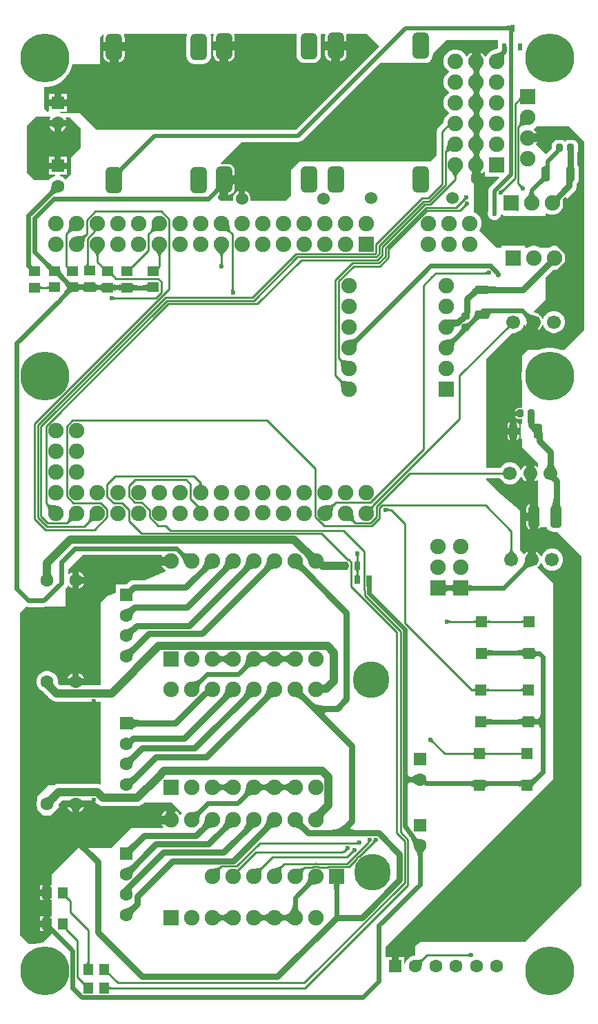
<source format=gtl>
G04*
G04 #@! TF.GenerationSoftware,Altium Limited,Altium Designer,24.2.2 (26)*
G04*
G04 Layer_Physical_Order=1*
G04 Layer_Color=255*
%FSLAX43Y43*%
%MOMM*%
G71*
G04*
G04 #@! TF.SameCoordinates,826AFC0B-8DA9-4817-B3A0-D4F6A81A9B3F*
G04*
G04*
G04 #@! TF.FilePolarity,Positive*
G04*
G01*
G75*
%ADD10C,0.600*%
%ADD13C,0.254*%
%ADD30C,1.700*%
%ADD38R,0.600X0.900*%
%ADD39R,1.400X1.400*%
G04:AMPARAMS|DCode=40|XSize=0.95mm|YSize=0.85mm|CornerRadius=0.213mm|HoleSize=0mm|Usage=FLASHONLY|Rotation=270.000|XOffset=0mm|YOffset=0mm|HoleType=Round|Shape=RoundedRectangle|*
%AMROUNDEDRECTD40*
21,1,0.950,0.425,0,0,270.0*
21,1,0.525,0.850,0,0,270.0*
1,1,0.425,-0.213,-0.263*
1,1,0.425,-0.213,0.263*
1,1,0.425,0.213,0.263*
1,1,0.425,0.213,-0.263*
%
%ADD40ROUNDEDRECTD40*%
G04:AMPARAMS|DCode=41|XSize=1.8mm|YSize=1.05mm|CornerRadius=0.263mm|HoleSize=0mm|Usage=FLASHONLY|Rotation=270.000|XOffset=0mm|YOffset=0mm|HoleType=Round|Shape=RoundedRectangle|*
%AMROUNDEDRECTD41*
21,1,1.800,0.525,0,0,270.0*
21,1,1.275,1.050,0,0,270.0*
1,1,0.525,-0.263,-0.638*
1,1,0.525,-0.263,0.638*
1,1,0.525,0.263,0.638*
1,1,0.525,0.263,-0.638*
%
%ADD41ROUNDEDRECTD41*%
G04:AMPARAMS|DCode=42|XSize=2.7mm|YSize=1.35mm|CornerRadius=0.338mm|HoleSize=0mm|Usage=FLASHONLY|Rotation=270.000|XOffset=0mm|YOffset=0mm|HoleType=Round|Shape=RoundedRectangle|*
%AMROUNDEDRECTD42*
21,1,2.700,0.675,0,0,270.0*
21,1,2.025,1.350,0,0,270.0*
1,1,0.675,-0.338,-1.013*
1,1,0.675,-0.338,1.013*
1,1,0.675,0.338,1.013*
1,1,0.675,0.338,-1.013*
%
%ADD42ROUNDEDRECTD42*%
G04:AMPARAMS|DCode=43|XSize=0.95mm|YSize=0.85mm|CornerRadius=0.213mm|HoleSize=0mm|Usage=FLASHONLY|Rotation=0.000|XOffset=0mm|YOffset=0mm|HoleType=Round|Shape=RoundedRectangle|*
%AMROUNDEDRECTD43*
21,1,0.950,0.425,0,0,0.0*
21,1,0.525,0.850,0,0,0.0*
1,1,0.425,0.263,-0.213*
1,1,0.425,-0.263,-0.213*
1,1,0.425,-0.263,0.213*
1,1,0.425,0.263,0.213*
%
%ADD43ROUNDEDRECTD43*%
G04:AMPARAMS|DCode=44|XSize=1.8mm|YSize=1.05mm|CornerRadius=0.263mm|HoleSize=0mm|Usage=FLASHONLY|Rotation=0.000|XOffset=0mm|YOffset=0mm|HoleType=Round|Shape=RoundedRectangle|*
%AMROUNDEDRECTD44*
21,1,1.800,0.525,0,0,0.0*
21,1,1.275,1.050,0,0,0.0*
1,1,0.525,0.638,-0.263*
1,1,0.525,-0.638,-0.263*
1,1,0.525,-0.638,0.263*
1,1,0.525,0.638,0.263*
%
%ADD44ROUNDEDRECTD44*%
%ADD45R,0.700X1.000*%
%ADD46R,1.400X1.150*%
%ADD47R,1.150X1.400*%
%ADD48C,0.500*%
%ADD49C,0.800*%
%ADD50C,1.000*%
%ADD51C,0.400*%
%ADD52C,1.524*%
G04:AMPARAMS|DCode=53|XSize=3.2mm|YSize=2mm|CornerRadius=0.5mm|HoleSize=0mm|Usage=FLASHONLY|Rotation=90.000|XOffset=0mm|YOffset=0mm|HoleType=Round|Shape=RoundedRectangle|*
%AMROUNDEDRECTD53*
21,1,3.200,1.000,0,0,90.0*
21,1,2.200,2.000,0,0,90.0*
1,1,1.000,0.500,1.100*
1,1,1.000,0.500,-1.100*
1,1,1.000,-0.500,-1.100*
1,1,1.000,-0.500,1.100*
%
%ADD53ROUNDEDRECTD53*%
%ADD54R,1.900X1.900*%
%ADD55C,1.900*%
%ADD56R,1.600X1.600*%
%ADD57C,1.600*%
%ADD58R,1.900X1.900*%
%ADD59C,4.500*%
%ADD60R,1.600X1.600*%
%ADD61C,6.000*%
%ADD62C,0.600*%
G36*
X61078Y119253D02*
X61073Y119290D01*
X61058Y119324D01*
X61033Y119353D01*
X60998Y119379D01*
X60953Y119401D01*
X60898Y119418D01*
X60833Y119432D01*
X60758Y119442D01*
X60673Y119448D01*
X60578Y119450D01*
Y119950D01*
X60673Y119952D01*
X60833Y119968D01*
X60898Y119982D01*
X60953Y119999D01*
X60998Y120021D01*
X61033Y120047D01*
X61058Y120076D01*
X61073Y120110D01*
X61078Y120147D01*
Y119253D01*
D02*
G37*
G36*
X43691Y118809D02*
X45028Y117472D01*
X34805Y107250D01*
X10288D01*
X8288Y109250D01*
X6051D01*
X5872Y109298D01*
X5889Y109425D01*
X6700D01*
Y110125D01*
X5600D01*
X4500D01*
Y109472D01*
X4377Y109415D01*
X3937Y109855D01*
Y112500D01*
X4275D01*
X4820Y112586D01*
X5344Y112756D01*
X5834Y113007D01*
X6280Y113330D01*
X6670Y113720D01*
X6993Y114166D01*
X7244Y114656D01*
X7414Y115180D01*
X7425Y115250D01*
X10775D01*
Y118475D01*
X11149Y118868D01*
X11257Y118797D01*
X11221Y118709D01*
X11193Y118500D01*
Y117950D01*
X12500D01*
X13807D01*
Y118500D01*
X13779Y118709D01*
X13711Y118873D01*
X13768Y119000D01*
X21410D01*
X21481Y118894D01*
X21426Y118761D01*
X21391Y118500D01*
Y116300D01*
X21426Y116039D01*
X21527Y115796D01*
X21687Y115587D01*
X21896Y115427D01*
X22139Y115326D01*
X22400Y115291D01*
X23400D01*
X23661Y115326D01*
X23904Y115427D01*
X24113Y115587D01*
X24273Y115796D01*
X24374Y116039D01*
X24409Y116300D01*
Y118500D01*
X24374Y118761D01*
X24319Y118894D01*
X24390Y119000D01*
X24685D01*
X24756Y118894D01*
X24721Y118809D01*
X24693Y118600D01*
Y118050D01*
X26000D01*
X27307D01*
Y118600D01*
X27279Y118809D01*
X27244Y118894D01*
X27315Y119000D01*
X34869D01*
X34940Y118894D01*
X34926Y118861D01*
X34891Y118600D01*
Y116400D01*
X34926Y116139D01*
X35027Y115896D01*
X35187Y115687D01*
X35396Y115527D01*
X35639Y115426D01*
X35900Y115391D01*
X36900D01*
X37161Y115426D01*
X37404Y115527D01*
X37613Y115687D01*
X37773Y115896D01*
X37874Y116139D01*
X37909Y116400D01*
Y118600D01*
X37874Y118861D01*
X37860Y118894D01*
X37931Y119000D01*
X38400D01*
X38471Y118894D01*
X38446Y118834D01*
X38418Y118625D01*
Y118075D01*
X39725D01*
X41032D01*
Y118625D01*
X41004Y118834D01*
X40979Y118894D01*
X41050Y119000D01*
X43500D01*
X43691Y118809D01*
D02*
G37*
G36*
X59625Y117452D02*
X59618Y117400D01*
Y117202D01*
X59613Y117199D01*
X59566Y117170D01*
X59515Y117142D01*
X59457Y117116D01*
X59400Y117093D01*
X59245Y117045D01*
X59160Y117024D01*
X59114Y117003D01*
X58920Y116951D01*
X58590Y116760D01*
X58320Y116490D01*
X58168Y116227D01*
X58021D01*
X57940Y116368D01*
X57708Y116600D01*
X57490Y116726D01*
Y115600D01*
X56390D01*
Y116726D01*
X56172Y116600D01*
X55940Y116368D01*
X55859Y116227D01*
X55712D01*
X55560Y116490D01*
X55290Y116760D01*
X54960Y116951D01*
X54591Y117050D01*
X54209D01*
X53840Y116951D01*
X53510Y116760D01*
X53240Y116490D01*
X53049Y116160D01*
X52950Y115791D01*
Y115409D01*
X53049Y115040D01*
X53240Y114710D01*
X53510Y114440D01*
X53590Y114394D01*
Y114267D01*
X53510Y114220D01*
X53240Y113950D01*
X53049Y113620D01*
X52950Y113251D01*
Y112869D01*
X53049Y112500D01*
X53240Y112170D01*
X53510Y111900D01*
X53590Y111854D01*
Y111727D01*
X53510Y111680D01*
X53240Y111410D01*
X53049Y111080D01*
X52950Y110711D01*
Y110329D01*
X53049Y109960D01*
X53240Y109630D01*
X53510Y109360D01*
X53590Y109313D01*
Y109187D01*
X53510Y109140D01*
X53240Y108870D01*
X53049Y108540D01*
X52950Y108171D01*
Y108104D01*
X52298Y107452D01*
X52159Y107245D01*
X52111Y107000D01*
Y104111D01*
X51300Y103300D01*
X35288D01*
X34235Y102289D01*
Y99135D01*
X33583Y98483D01*
X29325D01*
X29248Y98583D01*
X29262Y98635D01*
Y98915D01*
X29190Y99185D01*
X29050Y99427D01*
X28852Y99625D01*
X28610Y99765D01*
X28600Y99767D01*
Y98775D01*
X27800D01*
Y99767D01*
X27790Y99765D01*
X27548Y99625D01*
X27350Y99427D01*
X27210Y99185D01*
X27138Y98915D01*
Y98635D01*
X27152Y98583D01*
X27075Y98483D01*
X25592D01*
X25250Y98875D01*
Y99109D01*
X25377Y99209D01*
X25450Y99200D01*
Y101100D01*
X26000D01*
Y101650D01*
X27307D01*
Y102200D01*
X27279Y102409D01*
X27199Y102603D01*
X27071Y102771D01*
X26903Y102899D01*
X26709Y102979D01*
X26500Y103007D01*
X25673D01*
X25624Y103124D01*
X28219Y105719D01*
X35100D01*
X35296Y105744D01*
X35478Y105820D01*
X35552Y105877D01*
X35627D01*
X45175Y115425D01*
X46625Y115416D01*
X49066Y115416D01*
X50625D01*
X50886Y115451D01*
X51129Y115551D01*
X51338Y115712D01*
X51499Y115921D01*
X51599Y116164D01*
X51634Y116425D01*
Y116634D01*
X53245Y118245D01*
X59625D01*
Y117452D01*
D02*
G37*
G36*
X60615Y116609D02*
X60555Y116543D01*
X60504Y116474D01*
X60461Y116402D01*
X60427Y116328D01*
X60401Y116250D01*
X60385Y116170D01*
X60377Y116087D01*
X60377Y116001D01*
X60386Y115912D01*
X60404Y115820D01*
X59279Y116528D01*
X59381Y116553D01*
X59570Y116612D01*
X59658Y116647D01*
X59742Y116685D01*
X59820Y116727D01*
X59894Y116773D01*
X59964Y116822D01*
X60028Y116874D01*
X60089Y116931D01*
X60615Y116609D01*
D02*
G37*
G36*
X57581Y114887D02*
X57522Y114809D01*
X57470Y114730D01*
X57425Y114650D01*
X57387Y114569D01*
X57355Y114487D01*
X57331Y114404D01*
X57316Y114330D01*
X57331Y114256D01*
X57355Y114173D01*
X57387Y114091D01*
X57425Y114010D01*
X57470Y113930D01*
X57522Y113851D01*
X57581Y113773D01*
X57647Y113695D01*
X56319Y113779D01*
X56392Y113846D01*
X56456Y113915D01*
X56513Y113986D01*
X56563Y114060D01*
X56605Y114136D01*
X56639Y114214D01*
X56666Y114295D01*
X56674Y114330D01*
X56666Y114365D01*
X56639Y114446D01*
X56605Y114524D01*
X56563Y114600D01*
X56513Y114674D01*
X56456Y114745D01*
X56392Y114814D01*
X56319Y114881D01*
X57647Y114965D01*
X57581Y114887D01*
D02*
G37*
G36*
X57586Y112604D02*
X57526Y112527D01*
X57473Y112449D01*
X57452Y112413D01*
X57647Y112425D01*
X57581Y112347D01*
X57522Y112269D01*
X57470Y112190D01*
X57425Y112110D01*
X57387Y112029D01*
X57355Y111947D01*
X57331Y111864D01*
X57316Y111790D01*
X57331Y111716D01*
X57355Y111633D01*
X57387Y111551D01*
X57425Y111470D01*
X57470Y111390D01*
X57522Y111311D01*
X57581Y111233D01*
X57647Y111155D01*
X56319Y111239D01*
X56392Y111306D01*
X56456Y111375D01*
X56513Y111446D01*
X56563Y111520D01*
X56605Y111596D01*
X56639Y111674D01*
X56666Y111755D01*
X56674Y111790D01*
X56666Y111825D01*
X56639Y111906D01*
X56605Y111984D01*
X56563Y112060D01*
X56513Y112134D01*
X56456Y112205D01*
X56392Y112274D01*
X56319Y112341D01*
X56553Y112356D01*
X56516Y112412D01*
X56459Y112485D01*
X56396Y112555D01*
X56324Y112624D01*
X57653Y112680D01*
X57586Y112604D01*
D02*
G37*
G36*
X62351Y110661D02*
X62349Y110694D01*
X62344Y110719D01*
X62334Y110737D01*
X62321Y110748D01*
X62305Y110752D01*
X62284Y110748D01*
X62260Y110737D01*
X62233Y110719D01*
X62201Y110694D01*
X62166Y110661D01*
Y111016D01*
X62201Y111052D01*
X62233Y111088D01*
X62260Y111124D01*
X62284Y111159D01*
X62305Y111195D01*
X62321Y111230D01*
X62334Y111265D01*
X62344Y111301D01*
X62349Y111336D01*
X62351Y111371D01*
Y110661D01*
D02*
G37*
G36*
X4741Y108722D02*
X4720Y108700D01*
X4575Y108450D01*
X4568Y108425D01*
X5600D01*
X6632D01*
X6625Y108450D01*
X6531Y108613D01*
X6604Y108740D01*
X7020D01*
X7880Y107880D01*
Y107880D01*
X7880Y107880D01*
X8382Y107379D01*
Y104965D01*
X7239Y103823D01*
X7239Y102299D01*
X7239Y101790D01*
X6581Y101132D01*
X6386Y101328D01*
X6089Y101499D01*
X5859Y101561D01*
X5876Y101688D01*
X6687D01*
Y102387D01*
X5588D01*
X4488D01*
Y101688D01*
X5299D01*
X5316Y101561D01*
X5086Y101499D01*
X4789Y101328D01*
X4547Y101086D01*
X4514Y101029D01*
X2730D01*
X1778Y101981D01*
Y107696D01*
X2921Y108839D01*
X2921D01*
X2921Y108839D01*
X2921Y108839D01*
X4692D01*
X4741Y108722D01*
D02*
G37*
G36*
X57586Y110064D02*
X57526Y109987D01*
X57473Y109909D01*
X57452Y109873D01*
X57647Y109885D01*
X57581Y109807D01*
X57522Y109729D01*
X57470Y109650D01*
X57425Y109570D01*
X57387Y109489D01*
X57355Y109407D01*
X57331Y109324D01*
X57316Y109250D01*
X57331Y109176D01*
X57355Y109093D01*
X57387Y109011D01*
X57425Y108930D01*
X57470Y108850D01*
X57522Y108771D01*
X57581Y108693D01*
X57647Y108615D01*
X56319Y108699D01*
X56392Y108766D01*
X56456Y108835D01*
X56513Y108906D01*
X56563Y108980D01*
X56605Y109056D01*
X56639Y109134D01*
X56666Y109215D01*
X56674Y109250D01*
X56666Y109285D01*
X56639Y109366D01*
X56605Y109444D01*
X56563Y109520D01*
X56513Y109594D01*
X56456Y109665D01*
X56392Y109734D01*
X56319Y109801D01*
X56553Y109816D01*
X56516Y109872D01*
X56459Y109945D01*
X56396Y110015D01*
X56324Y110084D01*
X57653Y110140D01*
X57586Y110064D01*
D02*
G37*
G36*
X63285Y107795D02*
X63140Y107794D01*
X62882Y107779D01*
X62769Y107765D01*
X62666Y107747D01*
X62575Y107724D01*
X62494Y107696D01*
X62424Y107664D01*
X62365Y107627D01*
X62316Y107586D01*
X62136Y107766D01*
X62177Y107815D01*
X62214Y107874D01*
X62246Y107944D01*
X62274Y108025D01*
X62297Y108117D01*
X62315Y108219D01*
X62329Y108332D01*
X62344Y108590D01*
X62345Y108736D01*
X63285Y107795D01*
D02*
G37*
G36*
X57586Y107524D02*
X57526Y107447D01*
X57473Y107369D01*
X57452Y107333D01*
X57647Y107345D01*
X57581Y107267D01*
X57522Y107189D01*
X57470Y107110D01*
X57425Y107030D01*
X57387Y106949D01*
X57355Y106867D01*
X57331Y106784D01*
X57316Y106710D01*
X57331Y106636D01*
X57355Y106553D01*
X57387Y106471D01*
X57425Y106390D01*
X57470Y106310D01*
X57522Y106231D01*
X57581Y106153D01*
X57647Y106075D01*
X56319Y106159D01*
X56392Y106226D01*
X56456Y106295D01*
X56513Y106366D01*
X56563Y106440D01*
X56605Y106516D01*
X56639Y106594D01*
X56666Y106675D01*
X56674Y106710D01*
X56666Y106745D01*
X56639Y106826D01*
X56605Y106904D01*
X56563Y106980D01*
X56513Y107054D01*
X56456Y107125D01*
X56392Y107194D01*
X56319Y107261D01*
X56553Y107276D01*
X56516Y107332D01*
X56459Y107405D01*
X56396Y107475D01*
X56324Y107544D01*
X57653Y107600D01*
X57586Y107524D01*
D02*
G37*
G36*
X54214Y104508D02*
X54082Y104532D01*
X53845Y104556D01*
X53740Y104556D01*
X53643Y104550D01*
X53555Y104535D01*
X53476Y104513D01*
X53406Y104483D01*
X53344Y104446D01*
X53291Y104401D01*
X53146Y104615D01*
X53180Y104656D01*
X53214Y104710D01*
X53247Y104777D01*
X53280Y104857D01*
X53312Y104950D01*
X53375Y105174D01*
X53435Y105450D01*
X53465Y105607D01*
X54214Y104508D01*
D02*
G37*
G36*
X57586Y104984D02*
X57526Y104907D01*
X57473Y104829D01*
X57452Y104793D01*
X57647Y104805D01*
X57581Y104727D01*
X57522Y104649D01*
X57470Y104570D01*
X57425Y104490D01*
X57387Y104409D01*
X57355Y104327D01*
X57331Y104244D01*
X57316Y104170D01*
X57331Y104096D01*
X57355Y104013D01*
X57387Y103931D01*
X57425Y103850D01*
X57470Y103770D01*
X57522Y103691D01*
X57581Y103613D01*
X57647Y103535D01*
X56319Y103619D01*
X56392Y103686D01*
X56456Y103755D01*
X56513Y103826D01*
X56563Y103900D01*
X56605Y103976D01*
X56639Y104054D01*
X56666Y104135D01*
X56674Y104170D01*
X56666Y104205D01*
X56639Y104286D01*
X56605Y104364D01*
X56563Y104440D01*
X56513Y104514D01*
X56456Y104585D01*
X56392Y104654D01*
X56319Y104721D01*
X56553Y104736D01*
X56516Y104792D01*
X56459Y104865D01*
X56396Y104935D01*
X56324Y105004D01*
X57653Y105060D01*
X57586Y104984D01*
D02*
G37*
G36*
X65967Y102990D02*
X65965Y102505D01*
X65217Y102696D01*
X65265Y102690D01*
X65307Y102696D01*
X65345Y102715D01*
X65377Y102746D01*
X65405Y102790D01*
X65427Y102847D01*
X65445Y102916D01*
X65457Y102998D01*
X65465Y103092D01*
X65467Y103199D01*
X65967Y102990D01*
D02*
G37*
G36*
X13852Y102474D02*
X13759Y102377D01*
X13611Y102201D01*
X13556Y102122D01*
X13515Y102048D01*
X13486Y101981D01*
X13470Y101919D01*
X13466Y101863D01*
X13476Y101813D01*
X13498Y101769D01*
X12919Y102598D01*
X12952Y102564D01*
X12991Y102544D01*
X13038Y102539D01*
X13093Y102548D01*
X13154Y102571D01*
X13223Y102608D01*
X13300Y102660D01*
X13383Y102726D01*
X13474Y102806D01*
X13572Y102901D01*
X13852Y102474D01*
D02*
G37*
G36*
X54963Y102118D02*
X54791Y101925D01*
X54721Y101835D01*
X54661Y101750D01*
X54613Y101669D01*
X54575Y101592D01*
X54549Y101520D01*
X54532Y101452D01*
X54527Y101389D01*
X54273D01*
X54268Y101452D01*
X54251Y101520D01*
X54225Y101592D01*
X54187Y101669D01*
X54139Y101750D01*
X54079Y101835D01*
X54009Y101925D01*
X53837Y102118D01*
X53735Y102222D01*
X55065D01*
X54963Y102118D01*
D02*
G37*
G36*
X65633Y100904D02*
X65594Y100932D01*
X65549Y100946D01*
X65496Y100945D01*
X65436Y100931D01*
X65369Y100902D01*
X65294Y100860D01*
X65213Y100803D01*
X65124Y100732D01*
X64926Y100547D01*
X64572Y100901D01*
X64672Y101004D01*
X64828Y101188D01*
X64885Y101269D01*
X64927Y101344D01*
X64956Y101411D01*
X64970Y101471D01*
X64971Y101524D01*
X64957Y101569D01*
X64929Y101608D01*
X65633Y100904D01*
D02*
G37*
G36*
X62467Y100438D02*
X62490Y100420D01*
X62512Y100403D01*
X62535Y100389D01*
X62557Y100377D01*
X62580Y100367D01*
X62603Y100359D01*
X62626Y100354D01*
X62649Y100351D01*
X62672Y100350D01*
X62375Y100053D01*
X62374Y100076D01*
X62371Y100099D01*
X62366Y100122D01*
X62358Y100145D01*
X62348Y100168D01*
X62336Y100190D01*
X62322Y100213D01*
X62305Y100235D01*
X62287Y100258D01*
X62266Y100280D01*
X62445Y100459D01*
X62467Y100438D01*
D02*
G37*
G36*
X60393Y99753D02*
X60372Y99731D01*
X60353Y99708D01*
X60337Y99686D01*
X60323Y99663D01*
X60311Y99641D01*
X60301Y99618D01*
X60293Y99595D01*
X60288Y99572D01*
X60285Y99549D01*
X60284Y99526D01*
X59987Y99823D01*
X60010Y99824D01*
X60033Y99827D01*
X60056Y99832D01*
X60079Y99840D01*
X60102Y99850D01*
X60124Y99862D01*
X60147Y99876D01*
X60169Y99893D01*
X60191Y99911D01*
X60213Y99932D01*
X60393Y99753D01*
D02*
G37*
G36*
X5597Y99488D02*
X5525Y99484D01*
X5455Y99475D01*
X5386Y99460D01*
X5319Y99440D01*
X5254Y99415D01*
X5190Y99383D01*
X5129Y99347D01*
X5069Y99305D01*
X5010Y99257D01*
X4954Y99204D01*
X4519Y99618D01*
X4572Y99675D01*
X4620Y99734D01*
X4661Y99794D01*
X4697Y99856D01*
X4727Y99919D01*
X4751Y99985D01*
X4769Y100051D01*
X4781Y100120D01*
X4787Y100190D01*
X4788Y100262D01*
X5597Y99488D01*
D02*
G37*
G36*
X64004Y99638D02*
X64015Y99553D01*
X64033Y99472D01*
X64058Y99393D01*
X64091Y99316D01*
X64131Y99243D01*
X64178Y99172D01*
X64232Y99104D01*
X64294Y99039D01*
X64363Y98976D01*
X63138D01*
X63206Y99039D01*
X63268Y99104D01*
X63322Y99172D01*
X63369Y99243D01*
X63409Y99316D01*
X63442Y99393D01*
X63467Y99472D01*
X63486Y99553D01*
X63496Y99638D01*
X63500Y99725D01*
X64000D01*
X64004Y99638D01*
D02*
G37*
G36*
X55747Y98650D02*
X55724Y98649D01*
X55701Y98646D01*
X55678Y98641D01*
X55655Y98633D01*
X55632Y98623D01*
X55610Y98611D01*
X55587Y98597D01*
X55565Y98580D01*
X55542Y98562D01*
X55520Y98541D01*
X55341Y98720D01*
X55362Y98742D01*
X55380Y98765D01*
X55397Y98787D01*
X55411Y98810D01*
X55423Y98832D01*
X55433Y98855D01*
X55441Y98878D01*
X55446Y98901D01*
X55449Y98924D01*
X55450Y98947D01*
X55747Y98650D01*
D02*
G37*
G36*
X55797Y97825D02*
X55774Y97824D01*
X55751Y97821D01*
X55728Y97816D01*
X55705Y97808D01*
X55682Y97798D01*
X55660Y97786D01*
X55637Y97772D01*
X55615Y97755D01*
X55592Y97737D01*
X55570Y97716D01*
X55391Y97895D01*
X55412Y97917D01*
X55430Y97940D01*
X55447Y97962D01*
X55461Y97985D01*
X55473Y98007D01*
X55483Y98030D01*
X55491Y98053D01*
X55496Y98076D01*
X55499Y98099D01*
X55500Y98122D01*
X55797Y97825D01*
D02*
G37*
G36*
X70175Y105775D02*
Y82575D01*
X67800Y80200D01*
X67429D01*
X67344Y80244D01*
X66820Y80414D01*
X66275Y80500D01*
X65725D01*
X65180Y80414D01*
X64656Y80244D01*
X64571Y80200D01*
X63300D01*
X62575Y79475D01*
Y77749D01*
X62500Y77275D01*
Y76725D01*
X62575Y76251D01*
Y73093D01*
X62562Y73083D01*
X62138D01*
X61977Y73051D01*
X61840Y72960D01*
X61749Y72823D01*
X61724Y72700D01*
X62350D01*
Y72100D01*
X61724D01*
X61749Y71977D01*
X61840Y71840D01*
X61977Y71749D01*
X62138Y71717D01*
X62562D01*
X62575Y71707D01*
Y71175D01*
X62450D01*
Y69275D01*
X62575D01*
Y68275D01*
X64575Y66275D01*
Y65906D01*
X64448Y65853D01*
X64306Y65995D01*
X64100Y66114D01*
Y65075D01*
Y64036D01*
X64306Y64155D01*
X64448Y64297D01*
X64575Y64244D01*
Y61391D01*
X64500Y61331D01*
Y59750D01*
X64000D01*
D01*
X64500D01*
Y58222D01*
X64547Y58231D01*
X64725Y58350D01*
X64775Y58425D01*
X65635D01*
X65681Y58315D01*
X65815Y58140D01*
X65990Y58006D01*
X66194Y57922D01*
X66412Y57893D01*
X66907D01*
X69875Y54925D01*
Y14525D01*
X62950Y7600D01*
X50125D01*
X49475Y7025D01*
Y5875D01*
X49329D01*
X48998Y5786D01*
X48702Y5615D01*
X48460Y5373D01*
X48289Y5077D01*
X48227Y4847D01*
X48100Y4864D01*
Y5675D01*
X47400D01*
Y4575D01*
X46600D01*
Y5675D01*
X45900D01*
X45832Y5774D01*
Y6982D01*
X66423Y27573D01*
Y51492D01*
X66421Y51562D01*
X64478Y53505D01*
X64481Y53530D01*
X64695Y53744D01*
X64847Y54006D01*
X64856Y54040D01*
X64987D01*
X65017Y53929D01*
X65195Y53621D01*
X65446Y53370D01*
X65754Y53192D01*
X66097Y53100D01*
X66453D01*
X66796Y53192D01*
X67104Y53370D01*
X67355Y53621D01*
X67533Y53929D01*
X67625Y54272D01*
Y54628D01*
X67533Y54971D01*
X67355Y55279D01*
X67104Y55530D01*
X66796Y55708D01*
X66453Y55800D01*
X66097D01*
X65754Y55708D01*
X65446Y55530D01*
X65195Y55279D01*
X65017Y54971D01*
X64987Y54860D01*
X64856D01*
X64847Y54894D01*
X64695Y55156D01*
X64481Y55370D01*
X64275Y55489D01*
Y54450D01*
X63275D01*
Y55489D01*
X63069Y55370D01*
X62855Y55156D01*
X62830Y55153D01*
X62357Y55626D01*
Y60452D01*
X59500Y62928D01*
X58175Y64253D01*
Y64436D01*
X59910D01*
X60020Y64246D01*
X60271Y63995D01*
X60579Y63817D01*
X60922Y63725D01*
X61278D01*
X61621Y63817D01*
X61929Y63995D01*
X62180Y64246D01*
X62358Y64554D01*
X62388Y64665D01*
X62519D01*
X62528Y64631D01*
X62680Y64369D01*
X62894Y64155D01*
X63100Y64036D01*
Y65075D01*
Y66114D01*
X62894Y65995D01*
X62680Y65781D01*
X62528Y65519D01*
X62519Y65485D01*
X62388D01*
X62358Y65596D01*
X62180Y65904D01*
X61929Y66155D01*
X61621Y66333D01*
X61278Y66425D01*
X60922D01*
X60579Y66333D01*
X60271Y66155D01*
X60020Y65904D01*
X59910Y65714D01*
X58175D01*
Y68326D01*
X58175Y79075D01*
X61375Y82275D01*
X61678D01*
X62021Y82367D01*
X62329Y82545D01*
X62580Y82796D01*
X62758Y83104D01*
X62788Y83215D01*
X62919D01*
X62928Y83181D01*
X62993Y83070D01*
X63012Y83099D01*
X63049Y83165D01*
X63081Y83234D01*
X63106Y83306D01*
X63126Y83380D01*
X63140Y83456D01*
X63148Y83535D01*
X63150Y83617D01*
X63500Y83267D01*
Y83625D01*
X64500D01*
Y82586D01*
X64706Y82705D01*
X64920Y82919D01*
X65072Y83181D01*
X65081Y83215D01*
X65212D01*
X65242Y83104D01*
X65420Y82796D01*
X65671Y82545D01*
X65979Y82367D01*
X66322Y82275D01*
X66678D01*
X67021Y82367D01*
X67329Y82545D01*
X67580Y82796D01*
X67758Y83104D01*
X67850Y83447D01*
Y83803D01*
X67758Y84146D01*
X67580Y84454D01*
X67329Y84705D01*
X67021Y84883D01*
X66678Y84975D01*
X66322D01*
X65979Y84883D01*
X65671Y84705D01*
X65420Y84454D01*
X65242Y84146D01*
X65212Y84035D01*
X65081D01*
X65072Y84069D01*
X64920Y84331D01*
X64706Y84545D01*
X64444Y84697D01*
X64151Y84775D01*
X64041D01*
X63992Y84892D01*
X65500Y86400D01*
Y89136D01*
X66419Y90055D01*
X66776D01*
X67145Y90154D01*
X67475Y90345D01*
X67745Y90615D01*
X67936Y90945D01*
X68035Y91314D01*
Y91696D01*
X67936Y92065D01*
X67745Y92395D01*
X67475Y92665D01*
X67145Y92856D01*
X66776Y92955D01*
X66394D01*
X66025Y92856D01*
X65841Y92750D01*
X64775D01*
X64600Y92851D01*
X64231Y92950D01*
X63849D01*
X63480Y92851D01*
X63305Y92750D01*
X62950D01*
Y92950D01*
X60050D01*
Y92750D01*
X59450D01*
X57343Y94857D01*
X57526Y95175D01*
X57625Y95544D01*
Y95926D01*
X57526Y96295D01*
X57335Y96625D01*
X57065Y96895D01*
X56735Y97086D01*
X56625Y97116D01*
Y100648D01*
X56323Y100949D01*
X56325Y101685D01*
X56390Y101723D01*
Y102900D01*
X57490D01*
Y101774D01*
X57708Y101900D01*
X57903Y102095D01*
X58030Y102043D01*
Y101450D01*
X59720D01*
X59769Y101333D01*
X58640Y100204D01*
X58520Y100047D01*
X58444Y99865D01*
X58419Y99669D01*
Y98473D01*
X58444Y98283D01*
Y97193D01*
X58400Y97030D01*
Y96820D01*
X58455Y96616D01*
X58560Y96434D01*
X58709Y96285D01*
X58891Y96180D01*
X59095Y96125D01*
X59305D01*
X59509Y96180D01*
X59691Y96285D01*
X59840Y96434D01*
X59945Y96616D01*
X59995Y96800D01*
X60250D01*
X60425Y96625D01*
X65500D01*
Y96913D01*
X65610Y96976D01*
X65735Y96904D01*
X66104Y96805D01*
X66486D01*
X66855Y96904D01*
X67185Y97095D01*
X67455Y97365D01*
X67646Y97695D01*
X67745Y98064D01*
Y98421D01*
X69017Y99693D01*
X69161Y99881D01*
X69252Y100100D01*
X69283Y100335D01*
Y100601D01*
X69306Y100619D01*
X69429Y100778D01*
X69505Y100963D01*
X69532Y101162D01*
Y102438D01*
X69505Y102637D01*
X69429Y102822D01*
X69408Y102849D01*
Y104469D01*
X69432Y104526D01*
X69456Y104713D01*
Y105238D01*
X69432Y105424D01*
X69360Y105597D01*
X69246Y105746D01*
X69097Y105860D01*
X68924Y105932D01*
X68738Y105956D01*
X68312D01*
X68127Y105932D01*
X67953Y105860D01*
X67850Y105781D01*
X67747Y105860D01*
X67574Y105932D01*
X67387Y105956D01*
X67163D01*
X67160Y105956D01*
X67158Y105956D01*
X66963D01*
X66776Y105932D01*
X66603Y105860D01*
X66454Y105746D01*
X66340Y105597D01*
X66268Y105424D01*
X66244Y105238D01*
Y105042D01*
X66244Y105039D01*
Y104944D01*
X65591Y104292D01*
X65475Y104275D01*
X65380Y104353D01*
X64300Y105432D01*
X64426Y105650D01*
X63300D01*
Y106750D01*
X64426D01*
X64300Y106968D01*
X64068Y107200D01*
X64055Y107295D01*
X64368Y107607D01*
X68393D01*
X70175Y105775D01*
D02*
G37*
G36*
X26646Y95585D02*
X26661Y95327D01*
X26675Y95214D01*
X26693Y95111D01*
X26716Y95020D01*
X26744Y94939D01*
X26776Y94869D01*
X26813Y94810D01*
X26854Y94761D01*
X26674Y94581D01*
X26625Y94622D01*
X26566Y94659D01*
X26496Y94691D01*
X26415Y94719D01*
X26324Y94742D01*
X26221Y94760D01*
X26108Y94774D01*
X25850Y94789D01*
X25705Y94790D01*
X26645Y95730D01*
X26646Y95585D01*
D02*
G37*
G36*
X18066Y94790D02*
X17920Y94789D01*
X17662Y94774D01*
X17549Y94760D01*
X17446Y94742D01*
X17355Y94719D01*
X17274Y94691D01*
X17204Y94659D01*
X17145Y94622D01*
X17096Y94581D01*
X16916Y94761D01*
X16957Y94810D01*
X16994Y94869D01*
X17026Y94939D01*
X17054Y95020D01*
X17077Y95111D01*
X17095Y95214D01*
X17109Y95327D01*
X17124Y95585D01*
X17125Y95730D01*
X18066Y94790D01*
D02*
G37*
G36*
X7905D02*
X7760Y94789D01*
X7502Y94774D01*
X7389Y94760D01*
X7286Y94742D01*
X7195Y94719D01*
X7114Y94691D01*
X7044Y94659D01*
X6985Y94622D01*
X6936Y94581D01*
X6756Y94761D01*
X6797Y94810D01*
X6834Y94869D01*
X6866Y94939D01*
X6894Y95020D01*
X6917Y95111D01*
X6935Y95214D01*
X6949Y95327D01*
X6964Y95585D01*
X6965Y95730D01*
X7905Y94790D01*
D02*
G37*
G36*
X9074Y94179D02*
X9033Y94130D01*
X8996Y94071D01*
X8964Y94001D01*
X8936Y93920D01*
X8913Y93829D01*
X8895Y93726D01*
X8881Y93613D01*
X8866Y93355D01*
X8865Y93210D01*
X7924Y94150D01*
X8070Y94151D01*
X8328Y94166D01*
X8441Y94180D01*
X8544Y94198D01*
X8635Y94221D01*
X8716Y94249D01*
X8786Y94281D01*
X8845Y94318D01*
X8894Y94359D01*
X9074Y94179D01*
D02*
G37*
G36*
X18638Y92418D02*
X18466Y92225D01*
X18396Y92135D01*
X18337Y92050D01*
X18288Y91969D01*
X18250Y91892D01*
X18224Y91820D01*
X18207Y91752D01*
X18202Y91689D01*
X17948D01*
X17943Y91752D01*
X17926Y91820D01*
X17900Y91892D01*
X17862Y91969D01*
X17813Y92050D01*
X17754Y92135D01*
X17684Y92225D01*
X17512Y92418D01*
X17410Y92522D01*
X18740D01*
X18638Y92418D01*
D02*
G37*
G36*
X11018D02*
X10846Y92225D01*
X10776Y92135D01*
X10717Y92050D01*
X10668Y91969D01*
X10630Y91892D01*
X10604Y91820D01*
X10587Y91752D01*
X10582Y91689D01*
X10328D01*
X10323Y91752D01*
X10306Y91820D01*
X10280Y91892D01*
X10242Y91969D01*
X10193Y92050D01*
X10134Y92135D01*
X10064Y92225D01*
X9892Y92418D01*
X9790Y92522D01*
X11120D01*
X11018Y92418D01*
D02*
G37*
G36*
X26353Y92515D02*
X26250Y92413D01*
X26077Y92222D01*
X26007Y92133D01*
X25947Y92048D01*
X25899Y91968D01*
X25861Y91891D01*
X25834Y91819D01*
X25817Y91751D01*
X25812Y91687D01*
X25558Y91690D01*
X25553Y91753D01*
X25537Y91820D01*
X25510Y91893D01*
X25472Y91970D01*
X25424Y92051D01*
X25365Y92137D01*
X25296Y92228D01*
X25125Y92424D01*
X25023Y92529D01*
X26353Y92515D01*
D02*
G37*
G36*
X25812Y90872D02*
X25813Y90841D01*
X25815Y90812D01*
X25819Y90785D01*
X25825Y90759D01*
X25832Y90734D01*
X25841Y90711D01*
X25851Y90689D01*
X25863Y90669D01*
X25877Y90650D01*
X25892Y90632D01*
X25472Y90646D01*
X25489Y90663D01*
X25503Y90681D01*
X25516Y90700D01*
X25527Y90721D01*
X25537Y90744D01*
X25544Y90769D01*
X25550Y90794D01*
X25555Y90822D01*
X25557Y90851D01*
X25558Y90881D01*
X25812Y90872D01*
D02*
G37*
G36*
X9381Y90702D02*
X9385Y90658D01*
X9391Y90620D01*
X9400Y90586D01*
X9412Y90558D01*
X9426Y90535D01*
X9442Y90517D01*
X9461Y90504D01*
X9483Y90496D01*
X9507Y90494D01*
X8999D01*
X9023Y90496D01*
X9045Y90504D01*
X9064Y90517D01*
X9080Y90535D01*
X9094Y90558D01*
X9106Y90586D01*
X9115Y90620D01*
X9121Y90658D01*
X9125Y90702D01*
X9126Y90751D01*
X9380D01*
X9381Y90702D01*
D02*
G37*
G36*
X14924Y90440D02*
X14873Y90388D01*
X14794Y90294D01*
X14766Y90253D01*
X14744Y90215D01*
X14730Y90181D01*
X14723Y90151D01*
Y90124D01*
X14730Y90101D01*
X14744Y90081D01*
X14385Y90440D01*
X14405Y90426D01*
X14428Y90418D01*
X14455D01*
X14485Y90426D01*
X14520Y90440D01*
X14557Y90462D01*
X14599Y90490D01*
X14644Y90526D01*
X14744Y90620D01*
X14924Y90440D01*
D02*
G37*
G36*
X11105Y90526D02*
X11199Y90446D01*
X11241Y90417D01*
X11278Y90395D01*
X11312Y90381D01*
X11343Y90373D01*
X11370Y90373D01*
X11393Y90380D01*
X11412Y90394D01*
X11056Y90038D01*
X11070Y90057D01*
X11077Y90080D01*
X11077Y90107D01*
X11069Y90138D01*
X11055Y90172D01*
X11033Y90209D01*
X11004Y90251D01*
X10967Y90296D01*
X10873Y90397D01*
X11053Y90577D01*
X11105Y90526D01*
D02*
G37*
G36*
X4651Y90752D02*
X4872Y90565D01*
X4970Y90497D01*
X5059Y90445D01*
X5140Y90411D01*
X5212Y90394D01*
X5275Y90394D01*
X5330Y90410D01*
X5377Y90444D01*
X4531Y89598D01*
X4565Y89645D01*
X4581Y89700D01*
X4581Y89763D01*
X4564Y89835D01*
X4530Y89916D01*
X4478Y90005D01*
X4410Y90103D01*
X4325Y90209D01*
X4104Y90447D01*
X4528Y90871D01*
X4651Y90752D01*
D02*
G37*
G36*
X58306Y89424D02*
X58287Y89438D01*
X58268Y89450D01*
X58247Y89462D01*
X58225Y89471D01*
X58201Y89479D01*
X58176Y89486D01*
X58150Y89491D01*
X58122Y89495D01*
X58093Y89497D01*
X58063Y89498D01*
X58037Y89752D01*
X58068Y89753D01*
X58097Y89756D01*
X58124Y89760D01*
X58149Y89766D01*
X58173Y89774D01*
X58196Y89784D01*
X58216Y89796D01*
X58235Y89810D01*
X58252Y89825D01*
X58268Y89842D01*
X58306Y89424D01*
D02*
G37*
G36*
X12433Y89592D02*
X12425Y89569D01*
Y89542D01*
X12433Y89512D01*
X12447Y89478D01*
X12469Y89440D01*
X12497Y89399D01*
X12533Y89354D01*
X12627Y89253D01*
X12447Y89073D01*
X12395Y89124D01*
X12301Y89203D01*
X12260Y89231D01*
X12222Y89253D01*
X12188Y89267D01*
X12158Y89275D01*
X12131D01*
X12108Y89267D01*
X12088Y89253D01*
X12447Y89612D01*
X12433Y89592D01*
D02*
G37*
G36*
X5891Y90195D02*
X5883Y90128D01*
X5896Y90047D01*
X5928Y89953D01*
X5981Y89845D01*
X6054Y89723D01*
X6147Y89589D01*
X6393Y89278D01*
X6546Y89103D01*
X6099Y88703D01*
X5954Y88860D01*
X5699Y89109D01*
X5588Y89202D01*
X5488Y89273D01*
X5399Y89322D01*
X5322Y89350D01*
X5256Y89357D01*
X5201Y89342D01*
X5158Y89306D01*
X5919Y90248D01*
X5891Y90195D01*
D02*
G37*
G36*
X8828Y87353D02*
X8822Y87400D01*
X8804Y87442D01*
X8774Y87479D01*
X8732Y87511D01*
X8678Y87538D01*
X8612Y87560D01*
X8534Y87578D01*
X8454Y87589D01*
X8366Y87576D01*
X8288Y87556D01*
X8222Y87532D01*
X8168Y87502D01*
X8126Y87467D01*
X8096Y87426D01*
X8078Y87380D01*
X8072Y87328D01*
Y88472D01*
X8078Y88420D01*
X8096Y88374D01*
X8126Y88333D01*
X8168Y88298D01*
X8222Y88268D01*
X8288Y88244D01*
X8366Y88224D01*
X8447Y88212D01*
X8534Y88227D01*
X8612Y88248D01*
X8678Y88274D01*
X8732Y88307D01*
X8774Y88346D01*
X8804Y88390D01*
X8822Y88441D01*
X8828Y88497D01*
Y87353D01*
D02*
G37*
G36*
X13350Y87296D02*
X13344Y87349D01*
X13326Y87396D01*
X13296Y87438D01*
X13254Y87475D01*
X13200Y87505D01*
X13134Y87530D01*
X13056Y87550D01*
X12966Y87564D01*
X12901Y87569D01*
X12830Y87563D01*
X12740Y87548D01*
X12661Y87527D01*
X12595Y87500D01*
X12541Y87467D01*
X12499Y87428D01*
X12468Y87383D01*
X12450Y87332D01*
X12444Y87275D01*
X12447Y88397D01*
X12453Y88355D01*
X12471Y88317D01*
X12501Y88284D01*
X12543Y88255D01*
X12597Y88230D01*
X12663Y88211D01*
X12741Y88195D01*
X12831Y88184D01*
X12893Y88180D01*
X12966Y88186D01*
X13056Y88199D01*
X13134Y88217D01*
X13200Y88241D01*
X13254Y88270D01*
X13296Y88305D01*
X13326Y88345D01*
X13344Y88390D01*
X13350Y88440D01*
Y87296D01*
D02*
G37*
G36*
X4531Y87596D02*
X4529Y87620D01*
X4521Y87642D01*
X4508Y87661D01*
X4490Y87677D01*
X4467Y87691D01*
X4439Y87703D01*
X4405Y87712D01*
X4367Y87718D01*
X4323Y87722D01*
X4274Y87723D01*
Y87977D01*
X4323Y87978D01*
X4367Y87982D01*
X4405Y87988D01*
X4439Y87997D01*
X4467Y88009D01*
X4490Y88023D01*
X4508Y88039D01*
X4521Y88058D01*
X4529Y88080D01*
X4531Y88104D01*
Y87596D01*
D02*
G37*
G36*
X3421Y88080D02*
X3429Y88058D01*
X3442Y88039D01*
X3460Y88023D01*
X3483Y88009D01*
X3511Y87997D01*
X3545Y87988D01*
X3583Y87982D01*
X3627Y87978D01*
X3676Y87977D01*
Y87723D01*
X3627Y87722D01*
X3583Y87718D01*
X3545Y87712D01*
X3511Y87703D01*
X3483Y87691D01*
X3460Y87677D01*
X3442Y87661D01*
X3429Y87642D01*
X3421Y87620D01*
X3419Y87596D01*
Y88104D01*
X3421Y88080D01*
D02*
G37*
G36*
X27161Y87680D02*
X27164Y87651D01*
X27169Y87624D01*
X27175Y87599D01*
X27184Y87576D01*
X27194Y87554D01*
X27207Y87535D01*
X27221Y87518D01*
X27237Y87502D01*
X27255Y87488D01*
X26843Y87410D01*
X26855Y87429D01*
X26865Y87449D01*
X26875Y87471D01*
X26883Y87493D01*
X26890Y87517D01*
X26896Y87543D01*
X26900Y87569D01*
X26905Y87626D01*
X26906Y87657D01*
X27160Y87710D01*
X27161Y87680D01*
D02*
G37*
G36*
X6826Y88795D02*
X7034Y88599D01*
X7126Y88528D01*
X7210Y88474D01*
X7286Y88438D01*
X7355Y88419D01*
X7416Y88418D01*
X7469Y88435D01*
X7515Y88469D01*
X6930Y87864D01*
X7652Y87328D01*
X7599Y87356D01*
X7540Y87369D01*
X7473Y87366D01*
X7399Y87347D01*
X7318Y87312D01*
X7229Y87262D01*
X7134Y87196D01*
X7031Y87114D01*
X6920Y87017D01*
X6803Y86904D01*
X6254Y87203D01*
X6378Y87332D01*
X6572Y87560D01*
X6642Y87659D01*
X6694Y87749D01*
X6723Y87820D01*
X6716Y87854D01*
X6684Y87939D01*
X6635Y88033D01*
X6571Y88137D01*
X6489Y88250D01*
X6278Y88504D01*
X6711Y88919D01*
X6826Y88795D01*
D02*
G37*
G36*
X16636Y87303D02*
X16630Y87353D01*
X16612Y87398D01*
X16582Y87438D01*
X16540Y87473D01*
X16486Y87502D01*
X16420Y87526D01*
X16342Y87544D01*
X16252Y87557D01*
X16150Y87565D01*
X16036Y87568D01*
Y88168D01*
X16150Y88171D01*
X16252Y88179D01*
X16342Y88193D01*
X16420Y88213D01*
X16486Y88238D01*
X16540Y88268D01*
X16582Y88305D01*
X16612Y88347D01*
X16630Y88394D01*
X16636Y88447D01*
Y87303D01*
D02*
G37*
G36*
X14750Y88388D02*
X14768Y88342D01*
X14798Y88301D01*
X14840Y88266D01*
X14894Y88236D01*
X14960Y88212D01*
X15038Y88192D01*
X15128Y88179D01*
X15230Y88171D01*
X15344Y88168D01*
Y87568D01*
X15230Y87565D01*
X15128Y87557D01*
X15038Y87544D01*
X14960Y87524D01*
X14894Y87500D01*
X14840Y87470D01*
X14798Y87435D01*
X14768Y87394D01*
X14750Y87348D01*
X14744Y87296D01*
Y88440D01*
X14750Y88388D01*
D02*
G37*
G36*
X10225Y88418D02*
X10243Y88367D01*
X10274Y88322D01*
X10316Y88283D01*
X10370Y88250D01*
X10436Y88223D01*
X10515Y88202D01*
X10605Y88187D01*
X10640Y88184D01*
X10759Y88195D01*
X10837Y88211D01*
X10903Y88230D01*
X10957Y88255D01*
X10999Y88284D01*
X11029Y88317D01*
X11047Y88355D01*
X11053Y88397D01*
X11056Y87275D01*
X11050Y87332D01*
X11032Y87383D01*
X11001Y87428D01*
X10959Y87467D01*
X10905Y87500D01*
X10839Y87527D01*
X10760Y87548D01*
X10670Y87563D01*
X10635Y87566D01*
X10516Y87555D01*
X10438Y87539D01*
X10372Y87520D01*
X10318Y87495D01*
X10276Y87466D01*
X10246Y87433D01*
X10228Y87395D01*
X10222Y87353D01*
X10219Y88475D01*
X10225Y88418D01*
D02*
G37*
G36*
X58523Y88047D02*
X58566Y88032D01*
X58622Y88019D01*
X58692Y88007D01*
X58870Y87989D01*
X59101Y87979D01*
X59384Y87975D01*
Y87175D01*
X59236Y87174D01*
X58622Y87131D01*
X58566Y87118D01*
X58523Y87103D01*
X58493Y87086D01*
Y88064D01*
X58523Y88047D01*
D02*
G37*
G36*
X12481Y86719D02*
X12500Y86705D01*
X12520Y86693D01*
X12541Y86682D01*
X12564Y86673D01*
X12589Y86665D01*
X12615Y86659D01*
X12642Y86655D01*
X12671Y86653D01*
X12702Y86652D01*
Y86398D01*
X12671Y86397D01*
X12642Y86395D01*
X12615Y86391D01*
X12589Y86385D01*
X12564Y86377D01*
X12541Y86368D01*
X12520Y86357D01*
X12500Y86345D01*
X12481Y86331D01*
X12464Y86315D01*
Y86735D01*
X12481Y86719D01*
D02*
G37*
G36*
X59224Y84700D02*
X59088Y84697D01*
X58969Y84688D01*
X58866Y84673D01*
X58781Y84652D01*
X58712Y84625D01*
X58660Y84592D01*
X58625Y84553D01*
X58607Y84508D01*
X58606Y84457D01*
X58621Y84400D01*
X58362Y85049D01*
X58027Y85097D01*
X57630Y85177D01*
X57568Y85210D01*
X57597Y85237D01*
X57718Y85260D01*
X57930Y85277D01*
X58627Y85297D01*
X59112Y85300D01*
X59224Y84700D01*
D02*
G37*
G36*
X57644Y84004D02*
X57599Y84038D01*
X57545Y84056D01*
X57482Y84056D01*
X57410Y84039D01*
X57330Y84005D01*
X57240Y83954D01*
X57142Y83885D01*
X57036Y83799D01*
X56796Y83577D01*
X56402Y84031D01*
X56473Y84106D01*
X56539Y84183D01*
X56598Y84262D01*
X56650Y84342D01*
X56697Y84424D01*
X56737Y84507D01*
X56771Y84592D01*
X56798Y84678D01*
X56820Y84766D01*
X56835Y84855D01*
X57644Y84004D01*
D02*
G37*
G36*
X63348Y84705D02*
X63410Y84656D01*
X63474Y84613D01*
X63540Y84576D01*
X63609Y84544D01*
X63681Y84519D01*
X63755Y84499D01*
X63831Y84485D01*
X63910Y84477D01*
X63992Y84475D01*
X63150Y83633D01*
X63148Y83715D01*
X63140Y83794D01*
X63126Y83870D01*
X63106Y83944D01*
X63081Y84016D01*
X63049Y84085D01*
X63012Y84151D01*
X62969Y84215D01*
X62920Y84277D01*
X62865Y84336D01*
X63289Y84760D01*
X63348Y84705D01*
D02*
G37*
G36*
X56525Y83306D02*
X56449Y83228D01*
X56215Y82956D01*
X56174Y82898D01*
X56141Y82844D01*
X56115Y82794D01*
X56096Y82748D01*
X56085Y82706D01*
X55373Y83423D01*
X55419Y83389D01*
X55474Y83372D01*
X55537Y83373D01*
X55609Y83390D01*
X55690Y83424D01*
X55779Y83475D01*
X55876Y83544D01*
X55983Y83629D01*
X56221Y83850D01*
X56525Y83306D01*
D02*
G37*
G36*
X53647Y83898D02*
X53678Y83897D01*
X54600Y83893D01*
Y83093D01*
X54532Y83091D01*
X54471Y83085D01*
X54416Y83074D01*
X54368Y83060D01*
X54326Y83041D01*
X54291Y83018D01*
X54262Y82991D01*
X54240Y82960D01*
X54225Y82925D01*
X54215Y82886D01*
X53634Y83900D01*
X53647Y83898D01*
D02*
G37*
G36*
X55969Y82590D02*
X55927Y82579D01*
X55881Y82560D01*
X55831Y82534D01*
X55777Y82501D01*
X55719Y82460D01*
X55591Y82358D01*
X55447Y82226D01*
X55369Y82150D01*
X54726Y82355D01*
X54850Y82484D01*
X55044Y82712D01*
X55114Y82811D01*
X55166Y82901D01*
X55199Y82980D01*
X55215Y83050D01*
X55212Y83111D01*
X55191Y83162D01*
X55152Y83202D01*
X55969Y82590D01*
D02*
G37*
G36*
X54533Y81313D02*
X54474Y81250D01*
X54422Y81182D01*
X54376Y81110D01*
X54336Y81035D01*
X54303Y80955D01*
X54276Y80871D01*
X54255Y80783D01*
X54240Y80691D01*
X54232Y80595D01*
X54230Y80495D01*
X53290Y81435D01*
X53390Y81437D01*
X53486Y81445D01*
X53578Y81460D01*
X53666Y81481D01*
X53750Y81508D01*
X53830Y81541D01*
X53905Y81581D01*
X53977Y81627D01*
X54045Y81679D01*
X54108Y81738D01*
X54533Y81313D01*
D02*
G37*
G36*
X42578D02*
X42519Y81250D01*
X42467Y81182D01*
X42421Y81110D01*
X42381Y81035D01*
X42348Y80955D01*
X42321Y80871D01*
X42300Y80783D01*
X42285Y80691D01*
X42277Y80595D01*
X42275Y80495D01*
X41334Y81435D01*
X41435Y81437D01*
X41531Y81445D01*
X41623Y81460D01*
X41711Y81481D01*
X41795Y81508D01*
X41875Y81541D01*
X41950Y81581D01*
X42022Y81627D01*
X42090Y81679D01*
X42153Y81738D01*
X42578Y81313D01*
D02*
G37*
G36*
X40395Y79058D02*
X40454Y79021D01*
X40524Y78989D01*
X40605Y78961D01*
X40696Y78938D01*
X40799Y78920D01*
X40912Y78906D01*
X41170Y78891D01*
X41315Y78890D01*
X40375Y77950D01*
X40374Y78095D01*
X40359Y78353D01*
X40345Y78466D01*
X40327Y78569D01*
X40304Y78660D01*
X40276Y78741D01*
X40244Y78811D01*
X40207Y78870D01*
X40166Y78919D01*
X40346Y79099D01*
X40395Y79058D01*
D02*
G37*
G36*
Y76518D02*
X40454Y76481D01*
X40524Y76449D01*
X40605Y76421D01*
X40696Y76398D01*
X40799Y76380D01*
X40912Y76366D01*
X41170Y76351D01*
X41315Y76350D01*
X40375Y75410D01*
X40374Y75555D01*
X40359Y75813D01*
X40345Y75926D01*
X40327Y76029D01*
X40304Y76120D01*
X40276Y76201D01*
X40244Y76271D01*
X40207Y76330D01*
X40166Y76379D01*
X40346Y76559D01*
X40395Y76518D01*
D02*
G37*
G36*
X64108Y72045D02*
X64106Y72019D01*
X64100Y71393D01*
X64100Y71241D01*
X63991D01*
X64016Y71217D01*
X64078Y71165D01*
X64107Y71145D01*
X64134Y71130D01*
X64159Y71119D01*
X64183Y71112D01*
X64205Y71109D01*
X64226Y71110D01*
X64245Y71115D01*
X64054Y69914D01*
X64051Y69942D01*
X64037Y69979D01*
X64010Y70025D01*
X63972Y70081D01*
X63921Y70147D01*
X63783Y70306D01*
X63485Y70615D01*
X63977Y71241D01*
X63300D01*
X63290Y72056D01*
X64110D01*
X64108Y72045D01*
D02*
G37*
G36*
X66502Y66245D02*
X66518Y66082D01*
X66531Y66009D01*
X66549Y65941D01*
X66570Y65878D01*
X66596Y65821D01*
X66625Y65769D01*
X66658Y65723D01*
X66695Y65682D01*
X65505D01*
X65542Y65723D01*
X65575Y65769D01*
X65604Y65821D01*
X65630Y65878D01*
X65651Y65941D01*
X65669Y66009D01*
X65682Y66082D01*
X65692Y66161D01*
X65698Y66245D01*
X65700Y66335D01*
X66500D01*
X66502Y66245D01*
D02*
G37*
G36*
X23251Y63859D02*
X23256Y63820D01*
X23263Y63784D01*
X23273Y63752D01*
X23286Y63724D01*
X23302Y63699D01*
X23321Y63679D01*
X23343Y63662D01*
X23368Y63649D01*
X23396Y63639D01*
X22853Y63621D01*
X22880Y63632D01*
X22904Y63647D01*
X22926Y63666D01*
X22944Y63689D01*
X22960Y63715D01*
X22973Y63745D01*
X22983Y63779D01*
X22990Y63816D01*
X22994Y63857D01*
X22996Y63902D01*
X23250D01*
X23251Y63859D01*
D02*
G37*
G36*
X44416Y60941D02*
X44384Y60907D01*
X44357Y60872D01*
X44335Y60838D01*
X44318Y60805D01*
X44306Y60771D01*
X44299Y60738D01*
X44297Y60706D01*
X44301Y60673D01*
X44309Y60641D01*
X44322Y60609D01*
X43904Y61027D01*
X43936Y61014D01*
X43968Y61006D01*
X44001Y61002D01*
X44033Y61004D01*
X44066Y61011D01*
X44100Y61023D01*
X44133Y61040D01*
X44167Y61062D01*
X44202Y61089D01*
X44236Y61121D01*
X44416Y60941D01*
D02*
G37*
G36*
X67200Y61878D02*
X67202Y61740D01*
X67229Y61384D01*
X67245Y61285D01*
X67265Y61195D01*
X67288Y61115D01*
X67315Y61044D01*
X67346Y60983D01*
X67380Y60931D01*
X66120D01*
X66173Y61006D01*
X66221Y61086D01*
X66263Y61171D01*
X66299Y61261D01*
X66330Y61355D01*
X66355Y61454D01*
X66375Y61558D01*
X66389Y61667D01*
X66397Y61780D01*
X66400Y61898D01*
X67200Y61878D01*
D02*
G37*
G36*
X46029Y60794D02*
X46048Y60780D01*
X46068Y60768D01*
X46089Y60757D01*
X46112Y60748D01*
X46137Y60740D01*
X46163Y60734D01*
X46190Y60730D01*
X46219Y60728D01*
X46250Y60727D01*
Y60473D01*
X46219Y60472D01*
X46190Y60470D01*
X46163Y60466D01*
X46137Y60460D01*
X46112Y60452D01*
X46089Y60443D01*
X46068Y60432D01*
X46048Y60420D01*
X46029Y60406D01*
X46012Y60390D01*
Y60810D01*
X46029Y60794D01*
D02*
G37*
G36*
X39554Y61159D02*
X39513Y61110D01*
X39476Y61051D01*
X39444Y60981D01*
X39416Y60900D01*
X39393Y60809D01*
X39375Y60706D01*
X39361Y60593D01*
X39346Y60335D01*
X39345Y60189D01*
X38404Y61130D01*
X38550Y61131D01*
X38808Y61146D01*
X38921Y61160D01*
X39024Y61178D01*
X39115Y61201D01*
X39196Y61229D01*
X39266Y61261D01*
X39325Y61298D01*
X39374Y61339D01*
X39554Y61159D01*
D02*
G37*
G36*
X4445Y61298D02*
X4504Y61261D01*
X4574Y61229D01*
X4655Y61201D01*
X4746Y61178D01*
X4849Y61160D01*
X4962Y61146D01*
X5220Y61131D01*
X5365Y61130D01*
X4425Y60189D01*
X4424Y60335D01*
X4409Y60593D01*
X4395Y60706D01*
X4377Y60809D01*
X4354Y60900D01*
X4326Y60981D01*
X4294Y61051D01*
X4257Y61110D01*
X4216Y61159D01*
X4396Y61339D01*
X4445Y61298D01*
D02*
G37*
G36*
X41886Y60025D02*
X41901Y59767D01*
X41915Y59654D01*
X41933Y59551D01*
X41956Y59460D01*
X41984Y59379D01*
X42016Y59309D01*
X42053Y59250D01*
X42094Y59201D01*
X41914Y59021D01*
X41865Y59062D01*
X41806Y59099D01*
X41736Y59131D01*
X41655Y59159D01*
X41564Y59182D01*
X41461Y59200D01*
X41348Y59214D01*
X41090Y59229D01*
X40944Y59230D01*
X41885Y60171D01*
X41886Y60025D01*
D02*
G37*
G36*
X10446Y59230D02*
X10300Y59229D01*
X10042Y59214D01*
X9929Y59200D01*
X9826Y59182D01*
X9735Y59159D01*
X9654Y59131D01*
X9584Y59099D01*
X9525Y59062D01*
X9476Y59021D01*
X9296Y59201D01*
X9337Y59250D01*
X9374Y59309D01*
X9406Y59379D01*
X9434Y59460D01*
X9457Y59551D01*
X9475Y59654D01*
X9489Y59767D01*
X9504Y60025D01*
X9505Y60171D01*
X10446Y59230D01*
D02*
G37*
G36*
X7905D02*
X7760Y59229D01*
X7502Y59214D01*
X7389Y59200D01*
X7286Y59182D01*
X7195Y59159D01*
X7114Y59131D01*
X7044Y59099D01*
X6985Y59062D01*
X6936Y59021D01*
X6756Y59201D01*
X6797Y59250D01*
X6834Y59309D01*
X6866Y59379D01*
X6894Y59460D01*
X6917Y59551D01*
X6935Y59654D01*
X6949Y59767D01*
X6964Y60025D01*
X6965Y60171D01*
X7905Y59230D01*
D02*
G37*
G36*
X61407Y55742D02*
X61421Y55680D01*
X61444Y55614D01*
X61477Y55545D01*
X61519Y55472D01*
X61570Y55396D01*
X61631Y55317D01*
X61781Y55147D01*
X61870Y55057D01*
X60680D01*
X60769Y55147D01*
X60919Y55317D01*
X60980Y55396D01*
X61031Y55472D01*
X61073Y55545D01*
X61106Y55614D01*
X61129Y55680D01*
X61143Y55742D01*
X61148Y55800D01*
X61402D01*
X61407Y55742D01*
D02*
G37*
G36*
X42591Y55019D02*
X42574Y55003D01*
X42559Y54986D01*
X42546Y54967D01*
X42534Y54946D01*
X42524Y54924D01*
X42516Y54900D01*
X42510Y54875D01*
X42506Y54847D01*
X42503Y54818D01*
X42502Y54788D01*
X42248Y54811D01*
X42247Y54842D01*
X42245Y54871D01*
X42241Y54899D01*
X42236Y54925D01*
X42229Y54950D01*
X42221Y54973D01*
X42211Y54996D01*
X42200Y55016D01*
X42187Y55036D01*
X42173Y55054D01*
X42591Y55019D01*
D02*
G37*
G36*
X36694Y55547D02*
X36834Y55425D01*
X36900Y55376D01*
X36962Y55334D01*
X37022Y55300D01*
X37078Y55274D01*
X37132Y55255D01*
X37183Y55244D01*
X37230Y55241D01*
X36290Y54300D01*
X36287Y54348D01*
X36276Y54399D01*
X36257Y54453D01*
X36231Y54509D01*
X36197Y54569D01*
X36155Y54631D01*
X36106Y54697D01*
X35984Y54837D01*
X35912Y54912D01*
X36619Y55619D01*
X36694Y55547D01*
D02*
G37*
G36*
X42503Y54402D02*
X42507Y54358D01*
X42513Y54320D01*
X42522Y54286D01*
X42534Y54258D01*
X42548Y54235D01*
X42564Y54217D01*
X42583Y54204D01*
X42605Y54196D01*
X42629Y54194D01*
X42121D01*
X42145Y54196D01*
X42167Y54204D01*
X42186Y54217D01*
X42202Y54235D01*
X42216Y54258D01*
X42228Y54286D01*
X42237Y54320D01*
X42243Y54358D01*
X42247Y54402D01*
X42248Y54451D01*
X42502D01*
X42503Y54402D01*
D02*
G37*
G36*
X21060Y55369D02*
X21129Y55317D01*
X21201Y55274D01*
X21275Y55240D01*
X21353Y55215D01*
X21433Y55198D01*
X21516Y55189D01*
X21603Y55190D01*
X21692Y55199D01*
X21784Y55216D01*
X21071Y54094D01*
X21047Y54195D01*
X20988Y54385D01*
X20954Y54473D01*
X20915Y54557D01*
X20874Y54635D01*
X20828Y54709D01*
X20779Y54779D01*
X20727Y54844D01*
X20670Y54904D01*
X20994Y55429D01*
X21060Y55369D01*
D02*
G37*
G36*
X63766Y53600D02*
X63685Y53598D01*
X63606Y53590D01*
X63530Y53576D01*
X63456Y53556D01*
X63384Y53531D01*
X63315Y53499D01*
X63249Y53462D01*
X63185Y53419D01*
X63123Y53370D01*
X63064Y53315D01*
X62640Y53739D01*
X62695Y53798D01*
X62744Y53860D01*
X62787Y53924D01*
X62824Y53990D01*
X62856Y54059D01*
X62881Y54131D01*
X62901Y54205D01*
X62915Y54281D01*
X62923Y54360D01*
X62925Y54442D01*
X63766Y53600D01*
D02*
G37*
G36*
X35653Y54208D02*
X35663Y54134D01*
X35679Y54061D01*
X35703Y53988D01*
X35734Y53916D01*
X35772Y53844D01*
X35818Y53773D01*
X35870Y53702D01*
X35929Y53632D01*
X35995Y53561D01*
X35430Y52996D01*
X35360Y53062D01*
X35289Y53121D01*
X35218Y53173D01*
X35147Y53219D01*
X35075Y53257D01*
X35003Y53288D01*
X34930Y53312D01*
X34857Y53328D01*
X34783Y53338D01*
X34709Y53341D01*
X35650Y54282D01*
X35653Y54208D01*
D02*
G37*
G36*
X32151Y53341D02*
X32077Y53338D01*
X32003Y53328D01*
X31930Y53312D01*
X31857Y53288D01*
X31785Y53257D01*
X31713Y53219D01*
X31642Y53173D01*
X31571Y53121D01*
X31500Y53062D01*
X31430Y52996D01*
X30865Y53561D01*
X30931Y53632D01*
X30990Y53702D01*
X31042Y53773D01*
X31088Y53844D01*
X31126Y53916D01*
X31157Y53988D01*
X31181Y54061D01*
X31197Y54134D01*
X31207Y54208D01*
X31210Y54282D01*
X32151Y53341D01*
D02*
G37*
G36*
X29611D02*
X29537Y53338D01*
X29463Y53328D01*
X29390Y53312D01*
X29317Y53288D01*
X29245Y53257D01*
X29173Y53219D01*
X29102Y53173D01*
X29031Y53121D01*
X28961Y53062D01*
X28890Y52996D01*
X28325Y53561D01*
X28391Y53632D01*
X28450Y53702D01*
X28502Y53773D01*
X28548Y53844D01*
X28586Y53916D01*
X28617Y53988D01*
X28641Y54061D01*
X28657Y54134D01*
X28667Y54208D01*
X28670Y54282D01*
X29611Y53341D01*
D02*
G37*
G36*
X27070D02*
X26997Y53338D01*
X26923Y53328D01*
X26850Y53312D01*
X26777Y53288D01*
X26705Y53257D01*
X26633Y53219D01*
X26562Y53173D01*
X26491Y53121D01*
X26420Y53062D01*
X26350Y52996D01*
X25785Y53561D01*
X25851Y53632D01*
X25910Y53702D01*
X25962Y53773D01*
X26008Y53844D01*
X26046Y53916D01*
X26077Y53988D01*
X26101Y54061D01*
X26117Y54134D01*
X26127Y54208D01*
X26130Y54282D01*
X27070Y53341D01*
D02*
G37*
G36*
X24536Y53336D02*
X24462Y53333D01*
X24388Y53323D01*
X24315Y53306D01*
X24242Y53283D01*
X24170Y53252D01*
X24098Y53214D01*
X24027Y53168D01*
X23956Y53116D01*
X23886Y53057D01*
X23816Y52991D01*
X23250Y53556D01*
X23316Y53626D01*
X23375Y53697D01*
X23427Y53768D01*
X23473Y53839D01*
X23511Y53911D01*
X23542Y53983D01*
X23566Y54056D01*
X23582Y54129D01*
X23592Y54202D01*
X23595Y54276D01*
X24536Y53336D01*
D02*
G37*
G36*
X42567Y53201D02*
X42546Y53193D01*
X42527Y53180D01*
X42510Y53162D01*
X42496Y53140D01*
X42485Y53112D01*
X42476Y53079D01*
X42470Y53040D01*
X42466Y52997D01*
X42465Y52949D01*
X42210D01*
X42209Y52997D01*
X42205Y53040D01*
X42199Y53079D01*
X42190Y53112D01*
X42179Y53140D01*
X42165Y53162D01*
X42148Y53180D01*
X42129Y53193D01*
X42108Y53201D01*
X42083Y53203D01*
X42591D01*
X42567Y53201D01*
D02*
G37*
G36*
X4786Y52957D02*
X4807Y52628D01*
X4815Y52587D01*
X4824Y52554D01*
X4834Y52530D01*
X4845Y52514D01*
X3726D01*
X3737Y52530D01*
X3747Y52554D01*
X3756Y52587D01*
X3764Y52628D01*
X3770Y52677D01*
X3780Y52800D01*
X3786Y53048D01*
X4786D01*
X4786Y52957D01*
D02*
G37*
G36*
X42466Y52677D02*
X42470Y52633D01*
X42476Y52595D01*
X42485Y52561D01*
X42496Y52533D01*
X42510Y52510D01*
X42527Y52492D01*
X42546Y52479D01*
X42567Y52471D01*
X42591Y52469D01*
X42083D01*
X42108Y52471D01*
X42129Y52479D01*
X42148Y52492D01*
X42165Y52510D01*
X42179Y52533D01*
X42190Y52561D01*
X42199Y52595D01*
X42205Y52633D01*
X42209Y52677D01*
X42210Y52726D01*
X42465D01*
X42466Y52677D01*
D02*
G37*
G36*
X18387Y54933D02*
X18334Y54841D01*
X19460D01*
Y53741D01*
X18334D01*
X18460Y53523D01*
X18692Y53291D01*
X18860Y53194D01*
X18852Y53052D01*
X16303Y51962D01*
X14925D01*
X14925Y51962D01*
X14690Y51931D01*
X14471Y51840D01*
X14283Y51696D01*
X14283Y51696D01*
X14016Y51429D01*
X12700D01*
Y50421D01*
X11600Y49950D01*
X10875Y49225D01*
Y39081D01*
X8917D01*
X8904Y39097D01*
X7786D01*
X6667D01*
X6654Y39081D01*
X5846D01*
X5733Y39194D01*
X5730Y39198D01*
X5623Y39310D01*
X5585Y39354D01*
Y39668D01*
X5497Y39999D01*
X5326Y40295D01*
X5084Y40537D01*
X4787Y40708D01*
X4457Y40797D01*
X4114D01*
X3784Y40708D01*
X3487Y40537D01*
X3245Y40295D01*
X3074Y39999D01*
X2986Y39668D01*
Y39326D01*
X3074Y38995D01*
X3245Y38699D01*
X3487Y38457D01*
X3784Y38286D01*
X3812Y38278D01*
X3819Y38271D01*
X3872Y38201D01*
X4268Y37805D01*
X4311Y37761D01*
X4316Y37757D01*
X4326Y37747D01*
X4330Y37743D01*
X4333Y37741D01*
X4715Y37359D01*
X4924Y37199D01*
X5167Y37098D01*
X5428Y37063D01*
X10875D01*
Y26973D01*
X10769Y26902D01*
X10716Y26924D01*
X10455Y26959D01*
X5725D01*
X5463Y26924D01*
X5220Y26823D01*
X5124Y26750D01*
X4400D01*
X3075Y25425D01*
Y25014D01*
X3074Y25013D01*
X2986Y24682D01*
Y24340D01*
X3074Y24009D01*
X3075Y24008D01*
Y23831D01*
X3856Y23050D01*
X4700D01*
X5800Y24150D01*
X5725Y24226D01*
Y24521D01*
X5729Y24526D01*
X5783Y24580D01*
X5786Y24585D01*
X6142Y24941D01*
X6631D01*
X6654Y24911D01*
X7786D01*
X8917D01*
X8940Y24941D01*
X10037D01*
X10441Y24537D01*
X10650Y24376D01*
X10894Y24276D01*
X11155Y24241D01*
X15383D01*
X15644Y24276D01*
X15887Y24376D01*
X16096Y24537D01*
X16185Y24625D01*
X19600D01*
X20823Y23402D01*
X20688Y23168D01*
X20541D01*
X20460Y23309D01*
X20228Y23541D01*
X20010Y23667D01*
Y22541D01*
X19460D01*
Y21991D01*
X18334D01*
X18460Y21773D01*
X18541Y21692D01*
X18492Y21575D01*
X14775D01*
X14700Y21650D01*
X12729Y19679D01*
X12700D01*
Y19650D01*
X12100Y19050D01*
X8100D01*
X4850Y15800D01*
Y14489D01*
X4665D01*
X4666Y14486D01*
X4685Y14414D01*
X4707Y14358D01*
X4733Y14318D01*
X4762Y14294D01*
X4795Y14286D01*
X4653D01*
Y13589D01*
Y12892D01*
X4795D01*
X4743Y12886D01*
X4697Y12868D01*
X4656Y12838D01*
X4653Y12834D01*
Y12689D01*
X4850D01*
Y10679D01*
X4653D01*
Y10534D01*
X4656Y10530D01*
X4697Y10500D01*
X4743Y10482D01*
X4795Y10476D01*
X4653D01*
Y9789D01*
X4795Y9931D01*
X4761Y9884D01*
X4744Y9829D01*
Y9765D01*
X4761Y9693D01*
X4795Y9612D01*
X4846Y9523D01*
X4914Y9426D01*
X4999Y9320D01*
X5219Y9082D01*
X4850Y8713D01*
Y8550D01*
X3800Y7500D01*
X3725D01*
X3180Y7414D01*
X2753Y7275D01*
X2025D01*
X950Y8375D01*
Y47950D01*
X1700Y48700D01*
X1825Y48675D01*
X1905D01*
X1957Y48668D01*
X3844D01*
X3896Y48675D01*
X6550D01*
Y50898D01*
X6644Y50992D01*
X6772Y51159D01*
X6793Y51209D01*
X6819Y51223D01*
X6940Y51233D01*
X7110Y51063D01*
X7361Y50918D01*
X7385Y50911D01*
Y51943D01*
Y52975D01*
X7361Y52968D01*
X7110Y52823D01*
X7007Y52720D01*
X6880Y52773D01*
X6880Y53280D01*
X8643Y55043D01*
X18324D01*
X18387Y54933D01*
D02*
G37*
G36*
X54156Y50390D02*
X54150Y50447D01*
X54132Y50498D01*
X54102Y50543D01*
X54060Y50582D01*
X54005Y50615D01*
X53939Y50642D01*
X53861Y50663D01*
X53770Y50678D01*
X53678Y50686D01*
X53585Y50678D01*
X53494Y50663D01*
X53416Y50642D01*
X53350Y50615D01*
X53295Y50582D01*
X53253Y50543D01*
X53223Y50498D01*
X53205Y50447D01*
X53199Y50390D01*
Y51590D01*
X53205Y51533D01*
X53223Y51482D01*
X53253Y51437D01*
X53295Y51398D01*
X53350Y51365D01*
X53416Y51338D01*
X53494Y51317D01*
X53585Y51302D01*
X53678Y51294D01*
X53770Y51302D01*
X53861Y51317D01*
X53939Y51338D01*
X54005Y51365D01*
X54060Y51398D01*
X54102Y51437D01*
X54132Y51482D01*
X54150Y51533D01*
X54156Y51590D01*
Y50390D01*
D02*
G37*
G36*
X44163Y51472D02*
X44155Y51454D01*
X44148Y51424D01*
X44142Y51382D01*
X44133Y51262D01*
X44125Y50878D01*
X43525D01*
X43525Y50992D01*
X43495Y51454D01*
X43487Y51472D01*
X43478Y51478D01*
X44172D01*
X44163Y51472D01*
D02*
G37*
G36*
X56050Y51533D02*
X56068Y51482D01*
X56098Y51437D01*
X56140Y51398D01*
X56195Y51365D01*
X56261Y51338D01*
X56339Y51317D01*
X56430Y51302D01*
X56532Y51293D01*
X56647Y51290D01*
Y50690D01*
X56532Y50687D01*
X56430Y50678D01*
X56339Y50663D01*
X56261Y50642D01*
X56195Y50615D01*
X56140Y50582D01*
X56098Y50543D01*
X56068Y50498D01*
X56050Y50447D01*
X56044Y50390D01*
Y51590D01*
X56050Y51533D01*
D02*
G37*
G36*
X15112Y48176D02*
X15052Y48114D01*
X14952Y47995D01*
X14911Y47939D01*
X14877Y47884D01*
X14849Y47831D01*
X14827Y47780D01*
X14812Y47730D01*
X14803Y47683D01*
X14800Y47637D01*
X14008Y48429D01*
X14054Y48432D01*
X14101Y48441D01*
X14151Y48456D01*
X14202Y48478D01*
X14255Y48506D01*
X14309Y48540D01*
X14366Y48581D01*
X14424Y48628D01*
X14546Y48741D01*
X15112Y48176D01*
D02*
G37*
G36*
X53581Y47044D02*
X53600Y47030D01*
X53620Y47018D01*
X53641Y47007D01*
X53664Y46998D01*
X53689Y46990D01*
X53715Y46984D01*
X53742Y46980D01*
X53771Y46978D01*
X53802Y46977D01*
Y46723D01*
X53771Y46722D01*
X53742Y46720D01*
X53715Y46716D01*
X53689Y46710D01*
X53664Y46702D01*
X53641Y46693D01*
X53620Y46682D01*
X53600Y46670D01*
X53581Y46656D01*
X53564Y46640D01*
Y47060D01*
X53581Y47044D01*
D02*
G37*
G36*
X62731Y46596D02*
X62729Y46620D01*
X62721Y46642D01*
X62708Y46661D01*
X62690Y46677D01*
X62667Y46691D01*
X62639Y46703D01*
X62605Y46712D01*
X62567Y46718D01*
X62523Y46722D01*
X62474Y46723D01*
Y46977D01*
X62523Y46978D01*
X62567Y46982D01*
X62605Y46988D01*
X62639Y46997D01*
X62667Y47009D01*
X62690Y47023D01*
X62708Y47039D01*
X62721Y47058D01*
X62729Y47080D01*
X62731Y47104D01*
Y46596D01*
D02*
G37*
G36*
X58321Y47080D02*
X58329Y47058D01*
X58342Y47039D01*
X58360Y47023D01*
X58383Y47009D01*
X58411Y46997D01*
X58445Y46988D01*
X58483Y46982D01*
X58527Y46978D01*
X58576Y46977D01*
Y46723D01*
X58527Y46722D01*
X58483Y46718D01*
X58445Y46712D01*
X58411Y46703D01*
X58383Y46691D01*
X58360Y46677D01*
X58342Y46661D01*
X58329Y46642D01*
X58321Y46620D01*
X58319Y46596D01*
Y47104D01*
X58321Y47080D01*
D02*
G37*
G36*
X56931Y46596D02*
X56929Y46620D01*
X56921Y46642D01*
X56908Y46661D01*
X56890Y46677D01*
X56867Y46691D01*
X56839Y46703D01*
X56805Y46712D01*
X56767Y46718D01*
X56723Y46722D01*
X56674Y46723D01*
Y46977D01*
X56723Y46978D01*
X56767Y46982D01*
X56805Y46988D01*
X56839Y46997D01*
X56867Y47009D01*
X56890Y47023D01*
X56908Y47039D01*
X56921Y47058D01*
X56929Y47080D01*
X56931Y47104D01*
Y46596D01*
D02*
G37*
G36*
X15112Y45676D02*
X15052Y45614D01*
X14952Y45495D01*
X14911Y45439D01*
X14877Y45384D01*
X14849Y45331D01*
X14827Y45280D01*
X14812Y45230D01*
X14803Y45183D01*
X14800Y45137D01*
X14008Y45929D01*
X14054Y45932D01*
X14101Y45941D01*
X14151Y45956D01*
X14202Y45978D01*
X14255Y46006D01*
X14309Y46040D01*
X14366Y46081D01*
X14424Y46128D01*
X14546Y46241D01*
X15112Y45676D01*
D02*
G37*
G36*
Y43176D02*
X15052Y43114D01*
X14952Y42995D01*
X14911Y42939D01*
X14877Y42884D01*
X14849Y42831D01*
X14827Y42780D01*
X14812Y42730D01*
X14803Y42683D01*
X14800Y42637D01*
X14008Y43429D01*
X14054Y43432D01*
X14101Y43441D01*
X14151Y43456D01*
X14202Y43478D01*
X14255Y43506D01*
X14309Y43540D01*
X14366Y43581D01*
X14424Y43628D01*
X14546Y43741D01*
X15112Y43176D01*
D02*
G37*
G36*
X34022Y41626D02*
X33949Y41695D01*
X33875Y41757D01*
X33800Y41812D01*
X33723Y41860D01*
X33644Y41900D01*
X33564Y41933D01*
X33483Y41958D01*
X33430Y41970D01*
X33377Y41958D01*
X33296Y41933D01*
X33216Y41900D01*
X33137Y41860D01*
X33060Y41812D01*
X32985Y41757D01*
X32911Y41695D01*
X32838Y41626D01*
Y42956D01*
X32911Y42887D01*
X32985Y42825D01*
X33060Y42770D01*
X33137Y42722D01*
X33216Y42682D01*
X33296Y42649D01*
X33377Y42624D01*
X33430Y42612D01*
X33483Y42624D01*
X33564Y42649D01*
X33644Y42682D01*
X33723Y42722D01*
X33800Y42770D01*
X33875Y42825D01*
X33949Y42887D01*
X34022Y42956D01*
Y41626D01*
D02*
G37*
G36*
X31482D02*
X31409Y41695D01*
X31335Y41757D01*
X31260Y41812D01*
X31183Y41860D01*
X31104Y41900D01*
X31024Y41933D01*
X30943Y41958D01*
X30890Y41970D01*
X30837Y41958D01*
X30756Y41933D01*
X30676Y41900D01*
X30597Y41860D01*
X30520Y41812D01*
X30445Y41757D01*
X30371Y41695D01*
X30298Y41626D01*
Y42956D01*
X30371Y42887D01*
X30445Y42825D01*
X30520Y42770D01*
X30597Y42722D01*
X30676Y42682D01*
X30756Y42649D01*
X30837Y42624D01*
X30890Y42612D01*
X30943Y42624D01*
X31024Y42649D01*
X31104Y42682D01*
X31183Y42722D01*
X31260Y42770D01*
X31335Y42825D01*
X31409Y42887D01*
X31482Y42956D01*
Y41626D01*
D02*
G37*
G36*
X26403Y41624D02*
X26331Y41693D01*
X26257Y41755D01*
X26181Y41810D01*
X26104Y41857D01*
X26025Y41897D01*
X25945Y41930D01*
X25864Y41956D01*
X25814Y41967D01*
X25763Y41956D01*
X25682Y41930D01*
X25602Y41897D01*
X25523Y41857D01*
X25446Y41809D01*
X25371Y41754D01*
X25297Y41692D01*
X25225Y41623D01*
X25222Y42953D01*
X25294Y42884D01*
X25368Y42822D01*
X25444Y42767D01*
X25521Y42720D01*
X25600Y42680D01*
X25680Y42647D01*
X25761Y42621D01*
X25812Y42610D01*
X25862Y42621D01*
X25944Y42647D01*
X26024Y42680D01*
X26102Y42720D01*
X26179Y42768D01*
X26254Y42823D01*
X26328Y42885D01*
X26400Y42954D01*
X26403Y41624D01*
D02*
G37*
G36*
X62731Y42450D02*
X62725Y42507D01*
X62707Y42558D01*
X62676Y42603D01*
X62634Y42642D01*
X62580Y42675D01*
X62514Y42702D01*
X62435Y42723D01*
X62345Y42738D01*
X62242Y42747D01*
X62128Y42750D01*
Y43350D01*
X62242Y43353D01*
X62344Y43362D01*
X62434Y43377D01*
X62512Y43398D01*
X62578Y43424D01*
X62632Y43457D01*
X62674Y43495D01*
X62704Y43540D01*
X62722Y43591D01*
X62728Y43647D01*
X62731Y42450D01*
D02*
G37*
G36*
X58328Y43591D02*
X58346Y43540D01*
X58376Y43495D01*
X58418Y43457D01*
X58472Y43424D01*
X58538Y43398D01*
X58616Y43377D01*
X58706Y43362D01*
X58808Y43353D01*
X58922Y43350D01*
Y42750D01*
X58808Y42747D01*
X58705Y42738D01*
X58615Y42723D01*
X58536Y42702D01*
X58470Y42675D01*
X58416Y42642D01*
X58374Y42603D01*
X58343Y42558D01*
X58325Y42507D01*
X58319Y42450D01*
X58322Y43647D01*
X58328Y43591D01*
D02*
G37*
G36*
X64124Y43421D02*
X64141Y43378D01*
X64169Y43340D01*
X64208Y43308D01*
X64258Y43280D01*
X64319Y43257D01*
X64391Y43240D01*
X64474Y43227D01*
X64568Y43220D01*
X64674Y43217D01*
Y42617D01*
X64568Y42615D01*
X64474Y42607D01*
X64391Y42595D01*
X64319Y42577D01*
X64258Y42554D01*
X64208Y42527D01*
X64169Y42494D01*
X64141Y42456D01*
X64124Y42413D01*
X64119Y42366D01*
Y43469D01*
X64124Y43421D01*
D02*
G37*
G36*
X29611Y41341D02*
X29510Y41339D01*
X29414Y41331D01*
X29322Y41316D01*
X29234Y41295D01*
X29150Y41268D01*
X29070Y41235D01*
X28995Y41195D01*
X28923Y41149D01*
X28855Y41097D01*
X28792Y41038D01*
X28367Y41463D01*
X28426Y41526D01*
X28478Y41594D01*
X28524Y41666D01*
X28564Y41741D01*
X28597Y41821D01*
X28624Y41905D01*
X28645Y41993D01*
X28660Y42085D01*
X28668Y42181D01*
X28670Y42282D01*
X29611Y41341D01*
D02*
G37*
G36*
X23253Y39371D02*
X23194Y39308D01*
X23142Y39240D01*
X23096Y39168D01*
X23056Y39093D01*
X23023Y39013D01*
X22996Y38929D01*
X22975Y38841D01*
X22960Y38749D01*
X22952Y38653D01*
X22950Y38553D01*
X22010Y39493D01*
X22110Y39495D01*
X22206Y39503D01*
X22298Y39518D01*
X22386Y39539D01*
X22470Y39566D01*
X22550Y39599D01*
X22625Y39639D01*
X22697Y39685D01*
X22765Y39737D01*
X22828Y39796D01*
X23253Y39371D01*
D02*
G37*
G36*
X62656Y38246D02*
X62654Y38270D01*
X62646Y38292D01*
X62633Y38311D01*
X62615Y38327D01*
X62592Y38341D01*
X62564Y38353D01*
X62530Y38362D01*
X62492Y38368D01*
X62448Y38372D01*
X62399Y38373D01*
Y38627D01*
X62448Y38628D01*
X62492Y38632D01*
X62530Y38638D01*
X62564Y38647D01*
X62592Y38659D01*
X62615Y38673D01*
X62633Y38689D01*
X62646Y38708D01*
X62654Y38730D01*
X62656Y38754D01*
Y38246D01*
D02*
G37*
G36*
X58246Y38730D02*
X58254Y38708D01*
X58267Y38689D01*
X58285Y38673D01*
X58308Y38659D01*
X58336Y38647D01*
X58370Y38638D01*
X58408Y38632D01*
X58452Y38628D01*
X58501Y38627D01*
Y38373D01*
X58452Y38372D01*
X58408Y38368D01*
X58370Y38362D01*
X58336Y38353D01*
X58308Y38341D01*
X58285Y38327D01*
X58267Y38311D01*
X58254Y38292D01*
X58246Y38270D01*
X58244Y38246D01*
Y38754D01*
X58246Y38730D01*
D02*
G37*
G36*
X56856Y38246D02*
X56854Y38270D01*
X56846Y38292D01*
X56833Y38311D01*
X56815Y38327D01*
X56792Y38341D01*
X56764Y38353D01*
X56730Y38362D01*
X56692Y38368D01*
X56648Y38372D01*
X56599Y38373D01*
Y38627D01*
X56648Y38628D01*
X56692Y38632D01*
X56730Y38638D01*
X56764Y38647D01*
X56792Y38659D01*
X56815Y38673D01*
X56833Y38689D01*
X56846Y38708D01*
X56854Y38730D01*
X56856Y38754D01*
Y38246D01*
D02*
G37*
G36*
X5056Y39265D02*
X5061Y39236D01*
X5073Y39203D01*
X5092Y39165D01*
X5119Y39123D01*
X5153Y39077D01*
X5243Y38970D01*
X5362Y38846D01*
X4678Y38115D01*
X4094Y38720D01*
X5058Y39290D01*
X5056Y39265D01*
D02*
G37*
G36*
X35653Y38460D02*
X35663Y38386D01*
X35679Y38313D01*
X35703Y38240D01*
X35734Y38168D01*
X35772Y38096D01*
X35818Y38025D01*
X35870Y37954D01*
X35929Y37883D01*
X35995Y37813D01*
X35430Y37248D01*
X35360Y37314D01*
X35289Y37373D01*
X35218Y37425D01*
X35147Y37471D01*
X35075Y37509D01*
X35003Y37540D01*
X34930Y37564D01*
X34857Y37580D01*
X34783Y37590D01*
X34709Y37593D01*
X35650Y38534D01*
X35653Y38460D01*
D02*
G37*
G36*
X32151Y37593D02*
X32077Y37590D01*
X32003Y37580D01*
X31930Y37564D01*
X31857Y37540D01*
X31785Y37509D01*
X31713Y37471D01*
X31642Y37425D01*
X31571Y37373D01*
X31500Y37314D01*
X31430Y37248D01*
X30865Y37813D01*
X30931Y37883D01*
X30990Y37954D01*
X31042Y38025D01*
X31088Y38096D01*
X31126Y38168D01*
X31157Y38240D01*
X31181Y38313D01*
X31197Y38386D01*
X31207Y38460D01*
X31210Y38534D01*
X32151Y37593D01*
D02*
G37*
G36*
X29611D02*
X29537Y37590D01*
X29463Y37580D01*
X29390Y37564D01*
X29317Y37540D01*
X29245Y37509D01*
X29173Y37471D01*
X29102Y37425D01*
X29031Y37373D01*
X28961Y37314D01*
X28890Y37248D01*
X28325Y37813D01*
X28391Y37883D01*
X28450Y37954D01*
X28502Y38025D01*
X28548Y38096D01*
X28586Y38168D01*
X28617Y38240D01*
X28641Y38313D01*
X28657Y38386D01*
X28667Y38460D01*
X28670Y38534D01*
X29611Y37593D01*
D02*
G37*
G36*
X27070D02*
X26997Y37590D01*
X26923Y37580D01*
X26850Y37564D01*
X26777Y37540D01*
X26705Y37509D01*
X26633Y37471D01*
X26562Y37425D01*
X26491Y37373D01*
X26420Y37314D01*
X26350Y37248D01*
X25785Y37813D01*
X25851Y37883D01*
X25910Y37954D01*
X25962Y38025D01*
X26008Y38096D01*
X26046Y38168D01*
X26077Y38240D01*
X26101Y38313D01*
X26117Y38386D01*
X26127Y38460D01*
X26130Y38534D01*
X27070Y37593D01*
D02*
G37*
G36*
X36783Y37033D02*
X36904Y36937D01*
X37028Y36852D01*
X37158Y36779D01*
X37292Y36716D01*
X37431Y36666D01*
X37575Y36626D01*
X37723Y36598D01*
X37876Y36581D01*
X38034Y36575D01*
X38834Y35775D01*
X38687Y35769D01*
X38568Y35752D01*
X38477Y35724D01*
X38412Y35684D01*
X38375Y35634D01*
X38365Y35571D01*
X38383Y35498D01*
X38428Y35413D01*
X38500Y35317D01*
X38599Y35209D01*
X36785Y35892D01*
X36668Y37141D01*
X36783Y37033D01*
D02*
G37*
G36*
X65400Y34600D02*
X64800Y33700D01*
X64794Y33814D01*
X64776Y33916D01*
X64746Y34006D01*
X64704Y34084D01*
X64650Y34150D01*
X64584Y34204D01*
X64506Y34246D01*
X64416Y34276D01*
X64388Y34281D01*
X64339Y34273D01*
X64261Y34252D01*
X64195Y34225D01*
X64140Y34192D01*
X64098Y34153D01*
X64068Y34108D01*
X64050Y34057D01*
X64044Y34000D01*
Y35200D01*
X64050Y35143D01*
X64068Y35092D01*
X64098Y35047D01*
X64140Y35008D01*
X64195Y34975D01*
X64261Y34948D01*
X64339Y34927D01*
X64388Y34919D01*
X64416Y34924D01*
X64506Y34954D01*
X64584Y34996D01*
X64650Y35050D01*
X64704Y35116D01*
X64746Y35194D01*
X64776Y35284D01*
X64794Y35386D01*
X64800Y35500D01*
X65400Y34600D01*
D02*
G37*
G36*
X62656Y34000D02*
X62650Y34057D01*
X62632Y34108D01*
X62602Y34153D01*
X62560Y34192D01*
X62505Y34225D01*
X62439Y34252D01*
X62361Y34273D01*
X62270Y34288D01*
X62168Y34297D01*
X62053Y34300D01*
Y34900D01*
X62168Y34903D01*
X62270Y34912D01*
X62361Y34927D01*
X62439Y34948D01*
X62505Y34975D01*
X62560Y35008D01*
X62602Y35047D01*
X62632Y35092D01*
X62650Y35143D01*
X62656Y35200D01*
Y34000D01*
D02*
G37*
G36*
X58250Y35143D02*
X58268Y35092D01*
X58298Y35047D01*
X58340Y35008D01*
X58395Y34975D01*
X58461Y34948D01*
X58539Y34927D01*
X58630Y34912D01*
X58732Y34903D01*
X58847Y34900D01*
Y34300D01*
X58732Y34297D01*
X58630Y34288D01*
X58539Y34273D01*
X58461Y34252D01*
X58395Y34225D01*
X58340Y34192D01*
X58298Y34153D01*
X58268Y34108D01*
X58250Y34057D01*
X58244Y34000D01*
Y35200D01*
X58250Y35143D01*
D02*
G37*
G36*
X14805Y35103D02*
X14829Y35035D01*
X14869Y34976D01*
X14925Y34924D01*
X14997Y34880D01*
X15085Y34845D01*
X15189Y34817D01*
X15309Y34797D01*
X15445Y34785D01*
X15597Y34781D01*
Y33981D01*
X15445Y33977D01*
X15309Y33965D01*
X15189Y33945D01*
X15085Y33918D01*
X14997Y33882D01*
X14925Y33838D01*
X14869Y33787D01*
X14829Y33727D01*
X14805Y33660D01*
X14797Y33584D01*
Y35178D01*
X14805Y35103D01*
D02*
G37*
G36*
X51649Y32349D02*
X51652Y32326D01*
X51657Y32303D01*
X51665Y32280D01*
X51675Y32257D01*
X51687Y32235D01*
X51701Y32212D01*
X51718Y32190D01*
X51736Y32167D01*
X51757Y32145D01*
X51578Y31966D01*
X51556Y31987D01*
X51533Y32005D01*
X51511Y32022D01*
X51488Y32036D01*
X51466Y32048D01*
X51443Y32058D01*
X51420Y32066D01*
X51397Y32071D01*
X51374Y32074D01*
X51351Y32075D01*
X51648Y32372D01*
X51649Y32349D01*
D02*
G37*
G36*
X62456Y30396D02*
X62454Y30420D01*
X62446Y30442D01*
X62433Y30461D01*
X62415Y30477D01*
X62392Y30491D01*
X62364Y30503D01*
X62330Y30512D01*
X62292Y30518D01*
X62248Y30522D01*
X62199Y30523D01*
Y30777D01*
X62248Y30778D01*
X62292Y30782D01*
X62330Y30788D01*
X62364Y30797D01*
X62392Y30809D01*
X62415Y30823D01*
X62433Y30839D01*
X62446Y30858D01*
X62454Y30880D01*
X62456Y30904D01*
Y30396D01*
D02*
G37*
G36*
X58046Y30880D02*
X58054Y30858D01*
X58067Y30839D01*
X58085Y30823D01*
X58108Y30809D01*
X58136Y30797D01*
X58170Y30788D01*
X58208Y30782D01*
X58252Y30778D01*
X58301Y30777D01*
Y30523D01*
X58252Y30522D01*
X58208Y30518D01*
X58170Y30512D01*
X58136Y30503D01*
X58108Y30491D01*
X58085Y30477D01*
X58067Y30461D01*
X58054Y30442D01*
X58046Y30420D01*
X58044Y30396D01*
Y30904D01*
X58046Y30880D01*
D02*
G37*
G36*
X56656Y30396D02*
X56654Y30420D01*
X56646Y30442D01*
X56633Y30461D01*
X56615Y30477D01*
X56592Y30491D01*
X56564Y30503D01*
X56530Y30512D01*
X56492Y30518D01*
X56448Y30522D01*
X56399Y30523D01*
Y30777D01*
X56448Y30778D01*
X56492Y30782D01*
X56530Y30788D01*
X56564Y30797D01*
X56592Y30809D01*
X56615Y30823D01*
X56633Y30839D01*
X56646Y30858D01*
X56654Y30880D01*
X56656Y30904D01*
Y30396D01*
D02*
G37*
G36*
X15112Y29928D02*
X15052Y29866D01*
X14952Y29747D01*
X14911Y29691D01*
X14877Y29636D01*
X14849Y29583D01*
X14827Y29532D01*
X14812Y29482D01*
X14803Y29435D01*
X14800Y29389D01*
X14008Y30181D01*
X14054Y30184D01*
X14101Y30193D01*
X14151Y30208D01*
X14202Y30230D01*
X14255Y30258D01*
X14309Y30292D01*
X14366Y30333D01*
X14424Y30380D01*
X14546Y30493D01*
X15112Y29928D01*
D02*
G37*
G36*
X15301Y27361D02*
X15209Y27267D01*
X14882Y26894D01*
X14844Y26838D01*
X14814Y26788D01*
X14793Y26745D01*
X14781Y26708D01*
X14189Y27659D01*
X14235Y27651D01*
X14282Y27652D01*
X14332Y27659D01*
X14383Y27674D01*
X14436Y27696D01*
X14491Y27726D01*
X14548Y27763D01*
X14606Y27808D01*
X14667Y27860D01*
X14729Y27919D01*
X15301Y27361D01*
D02*
G37*
G36*
X64483Y27384D02*
X64336Y27233D01*
X64006Y26839D01*
X63933Y26728D01*
X63878Y26627D01*
X63842Y26536D01*
X63824Y26455D01*
X63825Y26384D01*
X63844Y26323D01*
X63273Y27444D01*
X63307Y27398D01*
X63353Y27372D01*
X63409Y27365D01*
X63477Y27378D01*
X63557Y27411D01*
X63647Y27464D01*
X63749Y27536D01*
X63862Y27628D01*
X64122Y27871D01*
X64483Y27384D01*
D02*
G37*
G36*
X48514Y28286D02*
X48532Y28184D01*
X48562Y28094D01*
X48604Y28016D01*
X48658Y27950D01*
X48724Y27896D01*
X48802Y27854D01*
X48892Y27824D01*
X48973Y27810D01*
X48981Y27810D01*
X49053Y27823D01*
X49122Y27842D01*
X49189Y27865D01*
X49252Y27894D01*
X49313Y27927D01*
X49371Y27966D01*
X49426Y28011D01*
X49479Y28060D01*
Y26940D01*
X49426Y26989D01*
X49371Y27034D01*
X49313Y27073D01*
X49252Y27106D01*
X49189Y27135D01*
X49122Y27158D01*
X49053Y27177D01*
X48981Y27190D01*
X48973Y27190D01*
X48892Y27176D01*
X48802Y27146D01*
X48724Y27104D01*
X48658Y27050D01*
X48604Y26984D01*
X48562Y26906D01*
X48532Y26816D01*
X48514Y26714D01*
X48508Y26600D01*
X48208Y27500D01*
X48508Y28400D01*
X48514Y28286D01*
D02*
G37*
G36*
X34022Y25878D02*
X33949Y25947D01*
X33875Y26009D01*
X33800Y26064D01*
X33723Y26112D01*
X33644Y26152D01*
X33564Y26185D01*
X33483Y26210D01*
X33430Y26222D01*
X33377Y26210D01*
X33296Y26185D01*
X33216Y26152D01*
X33137Y26112D01*
X33060Y26064D01*
X32985Y26009D01*
X32911Y25947D01*
X32838Y25878D01*
Y27208D01*
X32911Y27139D01*
X32985Y27077D01*
X33060Y27022D01*
X33137Y26974D01*
X33216Y26934D01*
X33296Y26901D01*
X33377Y26876D01*
X33430Y26864D01*
X33483Y26876D01*
X33564Y26901D01*
X33644Y26934D01*
X33723Y26974D01*
X33800Y27022D01*
X33875Y27077D01*
X33949Y27139D01*
X34022Y27208D01*
Y25878D01*
D02*
G37*
G36*
X31482D02*
X31409Y25947D01*
X31335Y26009D01*
X31260Y26064D01*
X31183Y26112D01*
X31104Y26152D01*
X31024Y26185D01*
X30943Y26210D01*
X30890Y26222D01*
X30837Y26210D01*
X30756Y26185D01*
X30676Y26152D01*
X30597Y26112D01*
X30520Y26064D01*
X30445Y26009D01*
X30371Y25947D01*
X30298Y25878D01*
Y27208D01*
X30371Y27139D01*
X30445Y27077D01*
X30520Y27022D01*
X30597Y26974D01*
X30676Y26934D01*
X30756Y26901D01*
X30837Y26876D01*
X30890Y26864D01*
X30943Y26876D01*
X31024Y26901D01*
X31104Y26934D01*
X31183Y26974D01*
X31260Y27022D01*
X31335Y27077D01*
X31409Y27139D01*
X31482Y27208D01*
Y25878D01*
D02*
G37*
G36*
X26403Y25876D02*
X26331Y25945D01*
X26257Y26007D01*
X26181Y26062D01*
X26104Y26109D01*
X26025Y26149D01*
X25945Y26182D01*
X25864Y26208D01*
X25814Y26219D01*
X25763Y26208D01*
X25682Y26182D01*
X25602Y26149D01*
X25523Y26109D01*
X25446Y26061D01*
X25371Y26006D01*
X25297Y25944D01*
X25225Y25875D01*
X25222Y27205D01*
X25294Y27136D01*
X25368Y27074D01*
X25444Y27019D01*
X25521Y26972D01*
X25600Y26932D01*
X25680Y26899D01*
X25761Y26873D01*
X25812Y26862D01*
X25862Y26873D01*
X25944Y26899D01*
X26024Y26932D01*
X26102Y26972D01*
X26179Y27020D01*
X26254Y27075D01*
X26328Y27137D01*
X26400Y27206D01*
X26403Y25876D01*
D02*
G37*
G36*
X62456Y26400D02*
X62450Y26457D01*
X62432Y26508D01*
X62401Y26553D01*
X62359Y26592D01*
X62305Y26625D01*
X62239Y26652D01*
X62160Y26673D01*
X62070Y26688D01*
X61967Y26697D01*
X61853Y26700D01*
Y27300D01*
X61967Y27301D01*
X62237Y27324D01*
X62303Y27337D01*
X62357Y27353D01*
X62399Y27372D01*
X62429Y27394D01*
X62447Y27419D01*
X62453Y27447D01*
X62456Y26400D01*
D02*
G37*
G36*
X58053Y27419D02*
X58071Y27394D01*
X58101Y27372D01*
X58143Y27353D01*
X58197Y27337D01*
X58263Y27324D01*
X58341Y27313D01*
X58533Y27301D01*
X58647Y27300D01*
Y26700D01*
X58533Y26697D01*
X58430Y26688D01*
X58340Y26673D01*
X58261Y26652D01*
X58195Y26625D01*
X58141Y26592D01*
X58099Y26553D01*
X58068Y26508D01*
X58050Y26457D01*
X58044Y26400D01*
X58047Y27447D01*
X58053Y27419D01*
D02*
G37*
G36*
X56656Y26400D02*
X56650Y26457D01*
X56632Y26508D01*
X56601Y26553D01*
X56559Y26592D01*
X56505Y26625D01*
X56439Y26652D01*
X56360Y26673D01*
X56270Y26688D01*
X56167Y26697D01*
X56053Y26700D01*
Y27300D01*
X56167Y27301D01*
X56437Y27324D01*
X56503Y27337D01*
X56557Y27353D01*
X56599Y27372D01*
X56629Y27394D01*
X56647Y27419D01*
X56653Y27447D01*
X56656Y26400D01*
D02*
G37*
G36*
X29611Y25593D02*
X29510Y25591D01*
X29414Y25583D01*
X29322Y25568D01*
X29234Y25547D01*
X29150Y25520D01*
X29070Y25487D01*
X28995Y25447D01*
X28923Y25401D01*
X28855Y25349D01*
X28792Y25290D01*
X28367Y25715D01*
X28426Y25778D01*
X28478Y25846D01*
X28524Y25918D01*
X28564Y25993D01*
X28597Y26073D01*
X28624Y26157D01*
X28645Y26245D01*
X28660Y26337D01*
X28668Y26433D01*
X28670Y26534D01*
X29611Y25593D01*
D02*
G37*
G36*
X5420Y24938D02*
X5356Y24874D01*
X5139Y24626D01*
X5115Y24592D01*
X5099Y24563D01*
X5089Y24538D01*
X5085Y24519D01*
X4293Y25311D01*
X4313Y25314D01*
X4337Y25324D01*
X4367Y25341D01*
X4401Y25364D01*
X4440Y25394D01*
X4534Y25475D01*
X4713Y25646D01*
X5420Y24938D01*
D02*
G37*
G36*
X38505Y23343D02*
X38434Y23268D01*
X38316Y23127D01*
X38270Y23061D01*
X38232Y22998D01*
X38203Y22937D01*
X38183Y22879D01*
X38171Y22824D01*
X38167Y22772D01*
X38172Y22723D01*
X37077Y23477D01*
X37115Y23487D01*
X37157Y23504D01*
X37203Y23528D01*
X37254Y23559D01*
X37308Y23597D01*
X37429Y23694D01*
X37567Y23820D01*
X37642Y23894D01*
X38505Y23343D01*
D02*
G37*
G36*
X23253Y23369D02*
X23194Y23306D01*
X23142Y23238D01*
X23096Y23166D01*
X23056Y23091D01*
X23023Y23011D01*
X22996Y22927D01*
X22975Y22839D01*
X22960Y22747D01*
X22952Y22651D01*
X22950Y22551D01*
X22010Y23491D01*
X22110Y23493D01*
X22206Y23501D01*
X22298Y23516D01*
X22386Y23537D01*
X22470Y23564D01*
X22550Y23597D01*
X22625Y23637D01*
X22697Y23683D01*
X22765Y23735D01*
X22828Y23794D01*
X23253Y23369D01*
D02*
G37*
G36*
X35653Y22458D02*
X35663Y22384D01*
X35679Y22311D01*
X35703Y22238D01*
X35734Y22166D01*
X35772Y22094D01*
X35818Y22023D01*
X35870Y21952D01*
X35929Y21882D01*
X35995Y21811D01*
X35430Y21246D01*
X35360Y21312D01*
X35289Y21371D01*
X35218Y21423D01*
X35147Y21469D01*
X35075Y21507D01*
X35003Y21538D01*
X34930Y21562D01*
X34857Y21578D01*
X34783Y21588D01*
X34709Y21591D01*
X35650Y22531D01*
X35653Y22458D01*
D02*
G37*
G36*
X32151Y21591D02*
X32077Y21588D01*
X32003Y21578D01*
X31930Y21562D01*
X31857Y21538D01*
X31785Y21507D01*
X31713Y21469D01*
X31642Y21423D01*
X31571Y21371D01*
X31500Y21312D01*
X31430Y21246D01*
X30865Y21811D01*
X30931Y21882D01*
X30990Y21952D01*
X31042Y22023D01*
X31088Y22094D01*
X31126Y22166D01*
X31157Y22238D01*
X31181Y22311D01*
X31197Y22384D01*
X31207Y22458D01*
X31210Y22531D01*
X32151Y21591D01*
D02*
G37*
G36*
X27070D02*
X26997Y21588D01*
X26923Y21578D01*
X26850Y21562D01*
X26777Y21538D01*
X26705Y21507D01*
X26633Y21469D01*
X26562Y21423D01*
X26491Y21371D01*
X26420Y21312D01*
X26350Y21246D01*
X25785Y21811D01*
X25851Y21882D01*
X25910Y21952D01*
X25962Y22023D01*
X26008Y22094D01*
X26046Y22166D01*
X26077Y22238D01*
X26101Y22311D01*
X26117Y22384D01*
X26127Y22458D01*
X26130Y22531D01*
X27070Y21591D01*
D02*
G37*
G36*
X24536Y21586D02*
X24462Y21583D01*
X24388Y21573D01*
X24315Y21556D01*
X24242Y21533D01*
X24170Y21502D01*
X24098Y21463D01*
X24027Y21418D01*
X23956Y21366D01*
X23886Y21307D01*
X23816Y21241D01*
X23250Y21806D01*
X23316Y21876D01*
X23375Y21947D01*
X23427Y22018D01*
X23473Y22089D01*
X23511Y22161D01*
X23542Y22233D01*
X23566Y22306D01*
X23582Y22379D01*
X23592Y22452D01*
X23595Y22526D01*
X24536Y21586D01*
D02*
G37*
G36*
X29820Y21612D02*
X29752Y21595D01*
X29684Y21572D01*
X29615Y21544D01*
X29547Y21510D01*
X29478Y21471D01*
X29409Y21426D01*
X29340Y21375D01*
X29202Y21258D01*
X29132Y21192D01*
X28424Y21615D01*
X28491Y21686D01*
X28548Y21757D01*
X28597Y21827D01*
X28638Y21898D01*
X28669Y21969D01*
X28692Y22040D01*
X28706Y22111D01*
X28711Y22181D01*
X28708Y22252D01*
X28695Y22322D01*
X29820Y21612D01*
D02*
G37*
G36*
X41657Y21783D02*
X41585Y21687D01*
X41540Y21602D01*
X41522Y21529D01*
X41532Y21466D01*
X41569Y21416D01*
X41634Y21376D01*
X41725Y21348D01*
X41844Y21331D01*
X41991Y21325D01*
X40225Y20525D01*
X39259Y21325D01*
X39417Y21331D01*
X39570Y21348D01*
X39718Y21376D01*
X39862Y21416D01*
X40001Y21466D01*
X40135Y21529D01*
X40264Y21602D01*
X40389Y21687D01*
X40510Y21783D01*
X40625Y21891D01*
X41756D01*
X41657Y21783D01*
D02*
G37*
G36*
X44622Y19800D02*
X44599Y19799D01*
X44576Y19796D01*
X44553Y19791D01*
X44530Y19783D01*
X44507Y19773D01*
X44485Y19761D01*
X44462Y19747D01*
X44440Y19730D01*
X44417Y19712D01*
X44395Y19691D01*
X44216Y19870D01*
X44237Y19892D01*
X44255Y19915D01*
X44272Y19937D01*
X44286Y19960D01*
X44298Y19982D01*
X44308Y20005D01*
X44316Y20028D01*
X44321Y20051D01*
X44324Y20074D01*
X44325Y20097D01*
X44622Y19800D01*
D02*
G37*
G36*
X42480Y19474D02*
X42461Y19486D01*
X42441Y19496D01*
X42420Y19506D01*
X42397Y19514D01*
X42373Y19521D01*
X42348Y19526D01*
X42321Y19531D01*
X42264Y19536D01*
X42234Y19536D01*
X42178Y19790D01*
X42209Y19791D01*
X42238Y19794D01*
X42265Y19799D01*
X42290Y19806D01*
X42313Y19814D01*
X42334Y19825D01*
X42353Y19837D01*
X42370Y19851D01*
X42386Y19868D01*
X42399Y19886D01*
X42480Y19474D01*
D02*
G37*
G36*
X49514Y20443D02*
X49563Y20387D01*
X49616Y20338D01*
X49671Y20295D01*
X49728Y20258D01*
X49788Y20228D01*
X49850Y20205D01*
X49915Y20188D01*
X49982Y20178D01*
X50051Y20175D01*
X49250Y19392D01*
X49249Y19466D01*
X49242Y19540D01*
X49228Y19615D01*
X49209Y19692D01*
X49184Y19769D01*
X49153Y19847D01*
X49116Y19926D01*
X49073Y20006D01*
X48970Y20169D01*
X49466Y20506D01*
X49514Y20443D01*
D02*
G37*
G36*
X15363Y19176D02*
X15204Y19012D01*
X14954Y18717D01*
X14864Y18587D01*
X14795Y18468D01*
X14750Y18361D01*
X14727Y18265D01*
X14727Y18180D01*
X14749Y18107D01*
X14794Y18045D01*
X13666Y19173D01*
X13728Y19128D01*
X13801Y19106D01*
X13886Y19106D01*
X13982Y19129D01*
X14089Y19175D01*
X14208Y19243D01*
X14338Y19334D01*
X14480Y19447D01*
X14797Y19742D01*
X15363Y19176D01*
D02*
G37*
G36*
X41203Y18811D02*
X41180Y18810D01*
X41157Y18807D01*
X41134Y18802D01*
X41111Y18794D01*
X41088Y18785D01*
X41066Y18772D01*
X41043Y18758D01*
X41021Y18742D01*
X40998Y18723D01*
X40976Y18702D01*
X40797Y18882D01*
X40818Y18904D01*
X40836Y18926D01*
X40853Y18948D01*
X40867Y18971D01*
X40879Y18993D01*
X40889Y19016D01*
X40897Y19039D01*
X40902Y19062D01*
X40905Y19085D01*
X40906Y19108D01*
X41203Y18811D01*
D02*
G37*
G36*
X41963Y18527D02*
X41940Y18528D01*
X41918Y18528D01*
X41895Y18525D01*
X41872Y18519D01*
X41850Y18510D01*
X41827Y18500D01*
X41805Y18486D01*
X41782Y18470D01*
X41760Y18452D01*
X41737Y18431D01*
X41583Y18635D01*
X41604Y18657D01*
X41640Y18702D01*
X41655Y18724D01*
X41668Y18746D01*
X41680Y18768D01*
X41689Y18791D01*
X41697Y18813D01*
X41702Y18836D01*
X41706Y18858D01*
X41963Y18527D01*
D02*
G37*
G36*
X50561Y18751D02*
X50516Y18696D01*
X50477Y18638D01*
X50444Y18577D01*
X50415Y18514D01*
X50392Y18447D01*
X50373Y18378D01*
X50360Y18306D01*
X50353Y18231D01*
X50350Y18153D01*
X49750D01*
X49747Y18231D01*
X49740Y18306D01*
X49727Y18378D01*
X49708Y18447D01*
X49685Y18514D01*
X49656Y18577D01*
X49623Y18638D01*
X49584Y18696D01*
X49539Y18751D01*
X49490Y18804D01*
X50610D01*
X50561Y18751D01*
D02*
G37*
G36*
X15112Y16426D02*
X15052Y16364D01*
X14952Y16245D01*
X14911Y16189D01*
X14877Y16134D01*
X14849Y16081D01*
X14827Y16030D01*
X14812Y15980D01*
X14803Y15933D01*
X14800Y15887D01*
X14008Y16679D01*
X14054Y16682D01*
X14101Y16691D01*
X14151Y16706D01*
X14202Y16728D01*
X14255Y16756D01*
X14309Y16790D01*
X14366Y16831D01*
X14424Y16878D01*
X14546Y16991D01*
X15112Y16426D01*
D02*
G37*
G36*
X33168Y16738D02*
X33122Y16684D01*
X33085Y16622D01*
X33056Y16552D01*
X33037Y16474D01*
X33026Y16389D01*
X33024Y16296D01*
X33031Y16195D01*
X33047Y16086D01*
X33072Y15970D01*
X33106Y15846D01*
X31943Y16491D01*
X32106Y16537D01*
X32788Y16773D01*
X32852Y16806D01*
X32901Y16837D01*
X32936Y16866D01*
X33168Y16738D01*
D02*
G37*
G36*
X25652Y16647D02*
X25608Y16596D01*
X25571Y16534D01*
X25541Y16464D01*
X25517Y16384D01*
X25500Y16295D01*
X25490Y16196D01*
X25486Y16088D01*
X25489Y15971D01*
X25516Y15708D01*
X24461Y16518D01*
X24615Y16538D01*
X25108Y16638D01*
X25200Y16667D01*
X25281Y16699D01*
X25349Y16732D01*
X25405Y16767D01*
X25449Y16803D01*
X25652Y16647D01*
D02*
G37*
G36*
X30768Y16609D02*
X30726Y16558D01*
X30689Y16498D01*
X30657Y16427D01*
X30632Y16347D01*
X30612Y16256D01*
X30599Y16156D01*
X30591Y16046D01*
X30589Y15926D01*
X30602Y15655D01*
X29594Y16523D01*
X29744Y16535D01*
X30125Y16588D01*
X30229Y16611D01*
X30321Y16638D01*
X30402Y16668D01*
X30471Y16700D01*
X30529Y16736D01*
X30575Y16775D01*
X30768Y16609D01*
D02*
G37*
G36*
X35889Y16549D02*
X35848Y16500D01*
X35811Y16441D01*
X35779Y16371D01*
X35751Y16290D01*
X35728Y16198D01*
X35710Y16096D01*
X35696Y15983D01*
X35681Y15725D01*
X35680Y15579D01*
X34739Y16520D01*
X34885Y16521D01*
X35143Y16536D01*
X35256Y16550D01*
X35358Y16568D01*
X35450Y16591D01*
X35531Y16619D01*
X35601Y16651D01*
X35660Y16688D01*
X35709Y16729D01*
X35889Y16549D01*
D02*
G37*
G36*
X37265Y14625D02*
X37165Y14623D01*
X37069Y14615D01*
X36977Y14600D01*
X36889Y14579D01*
X36805Y14552D01*
X36725Y14519D01*
X36650Y14479D01*
X36578Y14433D01*
X36510Y14381D01*
X36447Y14322D01*
X36022Y14747D01*
X36081Y14810D01*
X36133Y14878D01*
X36179Y14950D01*
X36219Y15025D01*
X36252Y15105D01*
X36279Y15189D01*
X36300Y15277D01*
X36315Y15369D01*
X36323Y15465D01*
X36325Y15566D01*
X37265Y14625D01*
D02*
G37*
G36*
X40358Y14622D02*
X40307Y14604D01*
X40262Y14574D01*
X40223Y14532D01*
X40190Y14478D01*
X40163Y14412D01*
X40142Y14334D01*
X40127Y14244D01*
X40118Y14142D01*
X40115Y14028D01*
X39515D01*
X39512Y14142D01*
X39503Y14244D01*
X39488Y14334D01*
X39467Y14412D01*
X39440Y14478D01*
X39407Y14532D01*
X39368Y14574D01*
X39323Y14604D01*
X39272Y14622D01*
X39215Y14628D01*
X40415D01*
X40358Y14622D01*
D02*
G37*
G36*
X14874Y14314D02*
X14814Y14251D01*
X14719Y14135D01*
X14685Y14081D01*
X14660Y14031D01*
X14643Y13984D01*
X14635Y13940D01*
X14635Y13900D01*
X14644Y13863D01*
X14662Y13829D01*
X13611Y14078D01*
X14215Y14786D01*
X14874Y14314D01*
D02*
G37*
G36*
X6781Y13231D02*
X6773Y13208D01*
Y13181D01*
X6781Y13151D01*
X6795Y13117D01*
X6817Y13079D01*
X6845Y13038D01*
X6881Y12993D01*
X6975Y12892D01*
X6795Y12712D01*
X6743Y12763D01*
X6649Y12842D01*
X6608Y12870D01*
X6570Y12892D01*
X6536Y12906D01*
X6506Y12914D01*
X6479D01*
X6456Y12906D01*
X6436Y12892D01*
X6795Y13251D01*
X6781Y13231D01*
D02*
G37*
G36*
X35004Y11926D02*
X35015Y11841D01*
X35033Y11758D01*
X35058Y11677D01*
X35091Y11597D01*
X35131Y11518D01*
X35179Y11441D01*
X35234Y11366D01*
X35296Y11292D01*
X35365Y11219D01*
X34035D01*
X34104Y11292D01*
X34166Y11366D01*
X34221Y11441D01*
X34269Y11518D01*
X34309Y11597D01*
X34342Y11677D01*
X34367Y11758D01*
X34385Y11841D01*
X34396Y11926D01*
X34400Y12012D01*
X35000D01*
X35004Y11926D01*
D02*
G37*
G36*
X15112Y11426D02*
X15052Y11364D01*
X14952Y11245D01*
X14911Y11189D01*
X14877Y11134D01*
X14849Y11081D01*
X14827Y11030D01*
X14812Y10980D01*
X14803Y10933D01*
X14800Y10887D01*
X14008Y11679D01*
X14054Y11682D01*
X14101Y11691D01*
X14151Y11706D01*
X14202Y11728D01*
X14255Y11756D01*
X14309Y11790D01*
X14366Y11831D01*
X14424Y11878D01*
X14546Y11991D01*
X15112Y11426D01*
D02*
G37*
G36*
X34022Y9876D02*
X33949Y9945D01*
X33875Y10007D01*
X33800Y10062D01*
X33723Y10110D01*
X33644Y10150D01*
X33564Y10183D01*
X33483Y10208D01*
X33430Y10220D01*
X33377Y10208D01*
X33296Y10183D01*
X33216Y10150D01*
X33137Y10110D01*
X33060Y10062D01*
X32985Y10007D01*
X32911Y9945D01*
X32838Y9876D01*
Y11206D01*
X32911Y11137D01*
X32985Y11075D01*
X33060Y11020D01*
X33137Y10972D01*
X33216Y10932D01*
X33296Y10899D01*
X33377Y10874D01*
X33430Y10862D01*
X33483Y10874D01*
X33564Y10899D01*
X33644Y10932D01*
X33723Y10972D01*
X33800Y11020D01*
X33875Y11075D01*
X33949Y11137D01*
X34022Y11206D01*
Y9876D01*
D02*
G37*
G36*
X31482D02*
X31409Y9945D01*
X31335Y10007D01*
X31260Y10062D01*
X31183Y10110D01*
X31104Y10150D01*
X31024Y10183D01*
X30943Y10208D01*
X30890Y10220D01*
X30837Y10208D01*
X30756Y10183D01*
X30676Y10150D01*
X30597Y10110D01*
X30520Y10062D01*
X30445Y10007D01*
X30371Y9945D01*
X30298Y9876D01*
Y11206D01*
X30371Y11137D01*
X30445Y11075D01*
X30520Y11020D01*
X30597Y10972D01*
X30676Y10932D01*
X30756Y10899D01*
X30837Y10874D01*
X30890Y10862D01*
X30943Y10874D01*
X31024Y10899D01*
X31104Y10932D01*
X31183Y10972D01*
X31260Y11020D01*
X31335Y11075D01*
X31409Y11137D01*
X31482Y11206D01*
Y9876D01*
D02*
G37*
G36*
X26403Y9874D02*
X26331Y9943D01*
X26257Y10005D01*
X26181Y10060D01*
X26104Y10107D01*
X26025Y10147D01*
X25945Y10180D01*
X25864Y10206D01*
X25814Y10217D01*
X25763Y10206D01*
X25682Y10180D01*
X25602Y10147D01*
X25523Y10107D01*
X25446Y10059D01*
X25371Y10004D01*
X25297Y9942D01*
X25225Y9873D01*
X25222Y11203D01*
X25294Y11134D01*
X25368Y11072D01*
X25444Y11017D01*
X25521Y10970D01*
X25600Y10930D01*
X25680Y10897D01*
X25761Y10871D01*
X25812Y10860D01*
X25862Y10871D01*
X25944Y10897D01*
X26024Y10930D01*
X26102Y10970D01*
X26179Y11018D01*
X26254Y11073D01*
X26328Y11135D01*
X26400Y11204D01*
X26403Y9874D01*
D02*
G37*
G36*
X56111Y5740D02*
X56094Y5756D01*
X56075Y5770D01*
X56055Y5782D01*
X56034Y5793D01*
X56011Y5802D01*
X55986Y5810D01*
X55960Y5816D01*
X55933Y5820D01*
X55904Y5822D01*
X55873Y5823D01*
Y6077D01*
X55904Y6078D01*
X55933Y6080D01*
X55960Y6084D01*
X55986Y6090D01*
X56011Y6098D01*
X56034Y6107D01*
X56055Y6118D01*
X56075Y6130D01*
X56094Y6144D01*
X56111Y6160D01*
Y5740D01*
D02*
G37*
G36*
X50498Y5368D02*
X50462Y5326D01*
X50430Y5275D01*
X50401Y5216D01*
X50375Y5148D01*
X50354Y5072D01*
X50336Y4987D01*
X50321Y4894D01*
X50303Y4683D01*
X50300Y4565D01*
X49526Y5375D01*
X49642Y5373D01*
X49850Y5382D01*
X49942Y5393D01*
X50025Y5409D01*
X50101Y5429D01*
X50169Y5453D01*
X50228Y5482D01*
X50280Y5514D01*
X50323Y5552D01*
X50498Y5368D01*
D02*
G37*
G36*
X9431Y5093D02*
X9435Y5049D01*
X9441Y5011D01*
X9450Y4977D01*
X9462Y4949D01*
X9476Y4926D01*
X9492Y4908D01*
X9511Y4895D01*
X9533Y4887D01*
X9557Y4885D01*
X9049D01*
X9073Y4887D01*
X9095Y4895D01*
X9114Y4908D01*
X9130Y4926D01*
X9144Y4949D01*
X9156Y4977D01*
X9165Y5011D01*
X9171Y5049D01*
X9175Y5093D01*
X9176Y5142D01*
X9430D01*
X9431Y5093D01*
D02*
G37*
G36*
X11863Y3953D02*
X11861Y3926D01*
X11864Y3896D01*
X11874Y3864D01*
X11889Y3829D01*
X11910Y3792D01*
X11937Y3752D01*
X11970Y3710D01*
X12010Y3666D01*
X12055Y3619D01*
X12000Y3314D01*
X11942Y3371D01*
X11841Y3458D01*
X11798Y3489D01*
X11759Y3511D01*
X11726Y3525D01*
X11697Y3531D01*
X11673Y3528D01*
X11655Y3517D01*
X11641Y3497D01*
X11872Y3978D01*
X11863Y3953D01*
D02*
G37*
G36*
X8664Y2726D02*
X8765Y2639D01*
X8808Y2609D01*
X8846Y2586D01*
X8880Y2573D01*
X8908Y2567D01*
X8932Y2570D01*
X8951Y2582D01*
X8965Y2602D01*
X8731Y2118D01*
X8740Y2143D01*
X8743Y2171D01*
X8739Y2201D01*
X8730Y2233D01*
X8715Y2268D01*
X8694Y2305D01*
X8668Y2345D01*
X8635Y2386D01*
X8596Y2430D01*
X8551Y2477D01*
X8606Y2782D01*
X8664Y2726D01*
D02*
G37*
G36*
X11874Y2135D02*
X11882Y2113D01*
X11895Y2094D01*
X11913Y2078D01*
X11936Y2064D01*
X11964Y2052D01*
X11998Y2043D01*
X12036Y2037D01*
X12080Y2033D01*
X12129Y2032D01*
Y1778D01*
X12080Y1777D01*
X12036Y1773D01*
X11998Y1767D01*
X11964Y1758D01*
X11936Y1746D01*
X11913Y1732D01*
X11895Y1716D01*
X11882Y1697D01*
X11874Y1675D01*
X11872Y1651D01*
Y2159D01*
X11874Y2135D01*
D02*
G37*
%LPC*%
G36*
X39175Y116975D02*
X38418D01*
Y116425D01*
X38446Y116216D01*
X38526Y116022D01*
X38654Y115854D01*
X38822Y115726D01*
X39016Y115646D01*
X39175Y115625D01*
Y116975D01*
D02*
G37*
G36*
X41032D02*
X40275D01*
Y115625D01*
X40434Y115646D01*
X40628Y115726D01*
X40796Y115854D01*
X40924Y116022D01*
X41004Y116216D01*
X41032Y116425D01*
Y116975D01*
D02*
G37*
G36*
X27307Y116950D02*
X26550D01*
Y115600D01*
X26709Y115621D01*
X26903Y115701D01*
X27071Y115829D01*
X27199Y115997D01*
X27279Y116191D01*
X27307Y116400D01*
Y116950D01*
D02*
G37*
G36*
X25450D02*
X24693D01*
Y116400D01*
X24721Y116191D01*
X24801Y115997D01*
X24929Y115829D01*
X25097Y115701D01*
X25291Y115621D01*
X25450Y115600D01*
Y116950D01*
D02*
G37*
G36*
X11950Y116850D02*
X11193D01*
Y116300D01*
X11221Y116091D01*
X11301Y115897D01*
X11429Y115729D01*
X11597Y115601D01*
X11791Y115521D01*
X11950Y115500D01*
Y116850D01*
D02*
G37*
G36*
X13807D02*
X13050D01*
Y115500D01*
X13209Y115521D01*
X13403Y115601D01*
X13571Y115729D01*
X13699Y115897D01*
X13779Y116091D01*
X13807Y116300D01*
Y116850D01*
D02*
G37*
G36*
X6700Y111625D02*
X6000D01*
Y110925D01*
X6700D01*
Y111625D01*
D02*
G37*
G36*
X5200D02*
X4500D01*
Y110925D01*
X5200D01*
Y111625D01*
D02*
G37*
G36*
X27307Y100550D02*
X26550D01*
Y99200D01*
X26709Y99221D01*
X26903Y99301D01*
X27071Y99429D01*
X27199Y99597D01*
X27279Y99791D01*
X27307Y100000D01*
Y100550D01*
D02*
G37*
G36*
X6632Y107625D02*
X6000D01*
Y106993D01*
X6025Y107000D01*
X6275Y107145D01*
X6480Y107350D01*
X6625Y107600D01*
X6632Y107625D01*
D02*
G37*
G36*
X5200D02*
X4568D01*
X4575Y107600D01*
X4720Y107350D01*
X4925Y107145D01*
X5175Y107000D01*
X5200Y106993D01*
Y107625D01*
D02*
G37*
G36*
X6687Y103887D02*
X5988D01*
Y103188D01*
X6687D01*
Y103887D01*
D02*
G37*
G36*
X5188D02*
X4488D01*
Y103188D01*
X5188D01*
Y103887D01*
D02*
G37*
G36*
X63500Y82652D02*
X63474Y82637D01*
X63445Y82618D01*
X63500Y82586D01*
Y82652D01*
D02*
G37*
G36*
X61955Y71301D02*
Y70655D01*
X62259D01*
Y70863D01*
X62223Y71043D01*
X62121Y71196D01*
X61968Y71298D01*
X61955Y71301D01*
D02*
G37*
G36*
X61095D02*
X61082Y71298D01*
X60929Y71196D01*
X60827Y71043D01*
X60791Y70863D01*
Y70655D01*
X61095D01*
Y71301D01*
D02*
G37*
G36*
X62259Y69795D02*
X61955D01*
Y69149D01*
X61968Y69152D01*
X62121Y69254D01*
X62223Y69407D01*
X62259Y69588D01*
Y69795D01*
D02*
G37*
G36*
X61095D02*
X60791D01*
Y69588D01*
X60827Y69407D01*
X60929Y69254D01*
X61082Y69152D01*
X61095Y69149D01*
Y69795D01*
D02*
G37*
G36*
X63500Y61278D02*
X63453Y61269D01*
X63275Y61150D01*
X63156Y60972D01*
X63114Y60763D01*
Y60250D01*
X63500D01*
Y61278D01*
D02*
G37*
G36*
Y59250D02*
X63114D01*
Y58737D01*
X63156Y58528D01*
X63275Y58350D01*
X63453Y58231D01*
X63500Y58222D01*
Y59250D01*
D02*
G37*
G36*
X8186Y52975D02*
Y52343D01*
X8817D01*
X8811Y52368D01*
X8666Y52618D01*
X8461Y52823D01*
X8210Y52968D01*
X8186Y52975D01*
D02*
G37*
G36*
X8817Y51543D02*
X8186D01*
Y50911D01*
X8210Y50918D01*
X8461Y51063D01*
X8666Y51268D01*
X8811Y51518D01*
X8817Y51543D01*
D02*
G37*
G36*
X8186Y40529D02*
Y39897D01*
X8817D01*
X8811Y39922D01*
X8666Y40172D01*
X8461Y40377D01*
X8210Y40522D01*
X8186Y40529D01*
D02*
G37*
G36*
X7385D02*
X7361Y40522D01*
X7110Y40377D01*
X6905Y40172D01*
X6760Y39922D01*
X6754Y39897D01*
X7385D01*
Y40529D01*
D02*
G37*
G36*
Y24111D02*
X6754D01*
X6760Y24086D01*
X6905Y23836D01*
X7110Y23631D01*
X7361Y23486D01*
X7379Y23481D01*
X7371Y23579D01*
X7360Y23648D01*
X7345Y23711D01*
X7328Y23768D01*
X7307Y23820D01*
X7283Y23865D01*
X7256Y23905D01*
X7226Y23940D01*
X7385D01*
Y24111D01*
D02*
G37*
G36*
X8817D02*
X8186D01*
Y23940D01*
X8345D01*
X8315Y23905D01*
X8288Y23865D01*
X8264Y23820D01*
X8243Y23768D01*
X8226Y23711D01*
X8211Y23648D01*
X8200Y23579D01*
X8192Y23505D01*
X8191Y23481D01*
X8210Y23486D01*
X8461Y23631D01*
X8666Y23836D01*
X8811Y24086D01*
X8817Y24111D01*
D02*
G37*
G36*
X18910Y23667D02*
X18692Y23541D01*
X18460Y23309D01*
X18334Y23091D01*
X18910D01*
Y23667D01*
D02*
G37*
G36*
X3781Y14489D02*
X3448D01*
Y14019D01*
X3793D01*
Y14286D01*
X3651D01*
X3684Y14294D01*
X3713Y14318D01*
X3739Y14358D01*
X3761Y14414D01*
X3780Y14486D01*
X3781Y14489D01*
D02*
G37*
G36*
X3793Y13159D02*
X3448D01*
Y12689D01*
X3793D01*
Y12834D01*
X3790Y12838D01*
X3749Y12868D01*
X3703Y12886D01*
X3651Y12892D01*
X3793D01*
Y13159D01*
D02*
G37*
G36*
Y10679D02*
X3448D01*
Y10209D01*
X3793D01*
Y10476D01*
X3651D01*
X3703Y10482D01*
X3749Y10500D01*
X3790Y10530D01*
X3793Y10534D01*
Y10679D01*
D02*
G37*
G36*
Y9349D02*
X3448D01*
Y8879D01*
X3793D01*
Y9349D01*
D02*
G37*
%LPD*%
D10*
X7675Y55850D02*
X20149D01*
Y55850D02*
X21708Y54291D01*
X6249Y54424D02*
X7675Y55850D01*
X60425Y116843D02*
Y117400D01*
X60419Y116837D02*
X60425Y116843D01*
X60419Y116837D02*
Y116837D01*
X59480Y115898D02*
X60419Y116837D01*
X59480Y115600D02*
Y115898D01*
X57325Y43050D02*
X63425D01*
X57550Y34600D02*
X63350D01*
X57387D02*
X57550D01*
X50821Y27000D02*
X63150D01*
X50050Y19375D02*
Y19551D01*
Y14600D02*
Y19375D01*
Y27500D02*
X50321D01*
X48208D02*
X50050D01*
X2000Y96675D02*
X5600Y100275D01*
X5075Y98725D02*
X24049D01*
X2725Y96375D02*
X5075Y98725D01*
X2725Y92250D02*
X5100Y89875D01*
X24049Y98725D02*
X25000Y99676D01*
X60315Y50990D02*
X63775Y54450D01*
X52255Y50990D02*
X60315D01*
X53280Y80485D02*
X57795Y85000D01*
X62625D01*
X64000Y83625D01*
X67090Y89924D02*
X68060Y90894D01*
Y92116D01*
X67090Y89050D02*
Y89924D01*
X66540Y88500D02*
X67090Y89050D01*
X66784Y93392D02*
X68060Y92116D01*
X58677Y90500D02*
X59650Y89527D01*
Y89450D02*
Y89527D01*
X51340Y90500D02*
X58677D01*
X41325Y80485D02*
X51340Y90500D01*
X60500Y80125D02*
X64000Y83625D01*
X66784Y93392D02*
Y94807D01*
X66335Y95255D02*
X66784Y94807D01*
X66335Y95255D02*
X67858Y96778D01*
Y98651D01*
X45025Y9575D02*
X50050Y14600D01*
X47652Y46465D02*
X48032Y46084D01*
X65100Y28425D02*
Y34600D01*
X4223Y9654D02*
X7425Y6452D01*
X47652Y46465D02*
X47652D01*
X63425Y42950D02*
X63458Y42917D01*
X4223Y9779D02*
Y13589D01*
X7425Y1907D02*
Y6452D01*
X8552Y780D02*
X43030D01*
X48208Y27500D02*
Y45909D01*
X43825Y50292D02*
Y51975D01*
X39815Y10565D02*
Y15575D01*
X48208Y27500D02*
X48208Y21780D01*
X48032Y46084D02*
X48208Y45909D01*
X43825Y50292D02*
X47652Y46465D01*
X63725Y27050D02*
X65100Y28425D01*
X64674Y42917D02*
X65100Y42491D01*
X63150Y27000D02*
X63200Y27050D01*
X65100Y34600D02*
Y42491D01*
X4223Y9654D02*
Y9779D01*
X43030Y780D02*
X45025Y2775D01*
X48208Y21780D02*
X49522Y19903D01*
X63200Y27050D02*
X63725D01*
X63350Y34600D02*
X65100D01*
X63458Y42917D02*
X64674D01*
X7425Y1907D02*
X8552Y780D01*
X45025Y2775D02*
Y9575D01*
X49522Y19903D02*
X50050Y19375D01*
X50321Y27500D02*
X50821Y27000D01*
X22000Y38543D02*
X23874Y40417D01*
X27746D01*
X22000Y22541D02*
X24001Y24542D01*
X27619D01*
X29620Y26543D01*
X5804Y89477D02*
X5876Y89405D01*
X5892Y89383D01*
X6975Y88175D02*
X7375Y87900D01*
X5225Y89875D02*
X5625Y89600D01*
X5804Y89477D01*
X5892Y89383D02*
X6975Y88175D01*
X2725Y92250D02*
Y96375D01*
X34700Y13000D02*
X37275Y15575D01*
X34700Y10541D02*
Y13000D01*
X25700Y100417D02*
Y101125D01*
X25000Y99676D02*
Y99717D01*
X25700Y100417D01*
X14047Y87868D02*
X17326D01*
X7375Y87900D02*
X9500D01*
X9525Y87875D02*
X14047D01*
X5932Y86457D02*
X7375Y87900D01*
X5100Y89875D02*
X5225D01*
X5890Y51379D02*
X6073Y51563D01*
Y51811D02*
X6073Y54248D01*
X6073Y51563D02*
Y51811D01*
X3844Y49475D02*
X5890Y51379D01*
X1957Y49475D02*
X3844D01*
X6073Y54248D02*
X6249Y54424D01*
X21708Y54291D02*
X22000D01*
X5832Y86325D02*
X5932Y86457D01*
X550Y81043D02*
X5832Y86325D01*
X550Y50882D02*
X1957Y49475D01*
X550Y50882D02*
Y81043D01*
X2000Y90575D02*
X2325Y90250D01*
X2000Y90575D02*
Y96675D01*
X2325Y90125D02*
X2600Y89850D01*
X2725D01*
X2325Y90125D02*
Y90250D01*
X57000Y103278D02*
Y115978D01*
X63587Y60367D02*
X63627D01*
X68475Y38175D02*
Y55850D01*
X27077Y10538D02*
X27080Y10541D01*
X24545Y10536D02*
X24548Y10538D01*
X27077D01*
X24545Y26538D02*
X24548Y26540D01*
X27077D01*
X27080Y26543D01*
X24548Y42288D02*
X27077D01*
X24545Y42286D02*
X24548Y42288D01*
X27077D02*
X27080Y42291D01*
X27746Y40417D02*
X29620Y42291D01*
X32160D02*
X34700D01*
X29620D02*
X32160D01*
Y26543D02*
X34700D01*
X29620D02*
X32160D01*
Y10541D02*
X34700D01*
X29620D02*
X32160D01*
D13*
X42593Y18068D02*
G03*
X42286Y17761I1609J-1916D01*
G01*
X37275Y17156D02*
G03*
X37242Y17156I0J-1581D01*
G01*
X37612Y16729D02*
G03*
X36938Y16729I-337J-1154D01*
G01*
X61714Y101253D02*
Y110398D01*
X59984Y99523D02*
X61714Y101253D01*
X62093Y100632D02*
Y107543D01*
Y100632D02*
X62675Y100050D01*
X62093Y107543D02*
X63295Y108745D01*
X61714Y110398D02*
X62472Y111137D01*
X63295Y111285D01*
X54400Y101090D02*
Y102900D01*
X51352Y98042D02*
X54400Y101090D01*
X51195Y98421D02*
X53175Y100401D01*
Y104465D02*
X54275Y105565D01*
X53175Y100401D02*
Y104465D01*
X52750Y100512D02*
Y107000D01*
X54148Y108398D01*
X18315Y97200D02*
X19277Y96238D01*
X10215Y97200D02*
X18315D01*
X9175Y96160D02*
X10215Y97200D01*
X9175Y94460D02*
Y96160D01*
X19277Y87638D02*
Y96238D01*
X61275Y54450D02*
Y57950D01*
X58073Y61152D02*
X61275Y57950D01*
X58473Y89625D02*
X58500Y89652D01*
X52014Y89625D02*
X58473D01*
X51536Y89147D02*
X52014Y89625D01*
X48815Y65075D02*
X61100D01*
X44326Y61122D02*
X54925Y71721D01*
X45084Y59553D02*
Y60808D01*
X44705Y60965D02*
X48815Y65075D01*
X39733Y61518D02*
X43973D01*
X43475Y60180D02*
Y60180D01*
X43973Y61518D02*
X50450Y67995D01*
X45428Y61152D02*
X58073D01*
X45084Y60808D02*
X45428Y61152D01*
X44326Y61031D02*
Y61122D01*
X43475Y60180D02*
X44326Y61031D01*
X54925Y71721D02*
Y77050D01*
X61500Y83625D01*
X44130Y58599D02*
X45084Y59553D01*
X50450Y67995D02*
Y88061D01*
X53350Y46850D02*
X63425D01*
X53073Y30650D02*
X57350D01*
X51348Y32375D02*
X53073Y30650D01*
X27033Y87295D02*
Y94402D01*
Y87295D02*
X27089Y87239D01*
X35962Y1909D02*
X48581Y14528D01*
X35893Y1905D02*
X35962Y1909D01*
X11303Y1905D02*
X35893D01*
X48581Y14528D02*
Y20063D01*
X41098Y17971D02*
X41951Y18824D01*
X42004D01*
X40554Y18620D02*
X40715D01*
X40509Y18575D02*
X40554Y18620D01*
X40715D02*
X41206Y19111D01*
X41602Y51198D02*
X47203Y45597D01*
X41602Y51198D02*
Y54154D01*
X41304Y54452D02*
X41602Y54154D01*
X41212Y54452D02*
X41304D01*
X37987Y57677D02*
X41212Y54452D01*
X19409Y58056D02*
X40644D01*
X41112Y57588D01*
X15898Y57677D02*
X37987D01*
X14333Y59242D02*
X15898Y57677D01*
X18818Y58647D02*
X19409Y58056D01*
X12954Y2540D02*
X35862D01*
X48202Y14880D02*
Y19906D01*
X35862Y2540D02*
X48202Y14880D01*
X57350Y30650D02*
X63150D01*
X56397Y38500D02*
X57550D01*
X63350D01*
X48204Y46693D02*
X56397Y38500D01*
X43753Y19907D02*
X43844Y20100D01*
X42593Y18068D02*
X44625Y20100D01*
X38761Y16777D02*
X41302D01*
X43753Y19792D02*
X43753Y19907D01*
X41302Y16777D02*
X42286Y17761D01*
X41117Y17156D02*
X43753Y19792D01*
X30388Y19663D02*
X42592D01*
X42650Y19721D01*
X37275Y17156D02*
X41117D01*
X31951Y17971D02*
X41098D01*
X27582Y16857D02*
X30388Y19663D01*
X29925Y18575D02*
X40509D01*
X26480Y15130D02*
X29925Y18575D01*
X29289Y15310D02*
X31951Y17971D01*
X38712Y16729D02*
X38761Y16777D01*
X47656Y20988D02*
Y45680D01*
Y20988D02*
X48581Y20063D01*
X47203Y20906D02*
X48202Y19906D01*
X47203Y20906D02*
Y45597D01*
X43210Y55490D02*
X43223Y51371D01*
X43273Y50063D02*
X47656Y45680D01*
X43223Y51371D02*
X43273Y50063D01*
X43136Y55564D02*
X43210Y55490D01*
X41112Y57588D02*
X43136Y55564D01*
X46193Y92533D02*
X50944Y97284D01*
X46193Y91518D02*
Y92533D01*
X45814Y92690D02*
X50787Y97663D01*
X45814Y91675D02*
Y92690D01*
X41747Y90861D02*
X45000D01*
X45157Y90482D02*
X46193Y91518D01*
X35490Y91240D02*
X44843D01*
X51038Y98800D02*
X52750Y100512D01*
X50473Y98421D02*
X51195D01*
X44677Y92146D02*
Y93161D01*
X44529Y91998D02*
X44677Y92146D01*
X44686Y91619D02*
X45056Y91989D01*
Y93004D02*
X50473Y98421D01*
X45435Y92847D02*
X50630Y98042D01*
X45056Y91989D02*
Y93004D01*
X35032Y91619D02*
X44686D01*
X50316Y98800D02*
X51038D01*
X44677Y93161D02*
X50316Y98800D01*
X44843Y91240D02*
X45435Y91832D01*
X41904Y90482D02*
X45157D01*
X45435Y91832D02*
Y92847D01*
X50630Y98042D02*
X51352D01*
X34848Y91998D02*
X44529D01*
X45000Y90861D02*
X45814Y91675D01*
X50787Y97663D02*
X54463D01*
X55750Y98950D01*
X50944Y97284D02*
X54959D01*
X55800Y98125D01*
X42375Y55225D02*
X42400Y55250D01*
X42375Y53725D02*
Y55225D01*
X42338Y53688D02*
X42375Y53725D01*
X48204Y46693D02*
Y58882D01*
X46486Y60600D02*
X48204Y58882D01*
X12250Y86525D02*
X17615D01*
X45798Y60600D02*
X46486D01*
X43973Y58978D02*
X44705Y59710D01*
Y60965D01*
X38276Y58599D02*
X44130D01*
X42137Y58978D02*
X43973D01*
X24140Y15315D02*
X25682Y16857D01*
X27582D01*
X33389Y17139D02*
X37242Y17156D01*
X31609Y15359D02*
X33389Y17139D01*
X35889Y16729D02*
X36938D01*
X37612D02*
X38712D01*
X34730Y15570D02*
X35889Y16729D01*
X37193Y59682D02*
X38276Y58599D01*
X37193Y59682D02*
Y65622D01*
X50901Y5950D02*
X56325D01*
X49523Y4572D02*
X50901Y5950D01*
X11750Y89825D02*
X11875D01*
X11625D02*
X11750D01*
X12650Y64725D02*
X22300D01*
X11657Y63732D02*
X12650Y64725D01*
X22300D02*
X23123Y63902D01*
Y62752D02*
X23155Y62720D01*
X23123Y62752D02*
Y63902D01*
X21325Y64300D02*
X21900Y63725D01*
X15125Y64300D02*
X21325D01*
X14333Y63508D02*
X15125Y64300D01*
X21900Y61900D02*
Y63725D01*
Y61900D02*
X22700Y61100D01*
X14333Y62222D02*
Y63508D01*
X11657Y62168D02*
Y63732D01*
X30100Y85850D02*
X35490Y91240D01*
X4173Y70838D02*
X19185Y85850D01*
X30100D01*
X3529Y70818D02*
X18955Y86244D01*
X29473Y86623D02*
X34848Y91998D01*
X3150Y70975D02*
X18798Y86623D01*
X29657Y86244D02*
X35032Y91619D01*
X18798Y86623D02*
X29473D01*
X18955Y86244D02*
X29657D01*
X10140Y94765D02*
Y95425D01*
X9253Y90197D02*
Y93878D01*
X10140Y94765D01*
Y95425D02*
X10455Y95740D01*
X7915Y93200D02*
X9175Y94460D01*
X25685Y93190D02*
X25695Y93200D01*
X25685Y90435D02*
Y93190D01*
X25675Y90425D02*
X25685Y90435D01*
X39675Y88789D02*
X41747Y90861D01*
X40054Y88632D02*
X41904Y90482D01*
X39675Y77050D02*
Y88789D01*
Y77050D02*
X41325Y75400D01*
X40054Y79211D02*
X41325Y77940D01*
X40054Y79211D02*
Y88632D01*
X25695Y95740D02*
X27033Y94402D01*
X51536Y89147D02*
X51536Y89147D01*
X50450Y88061D02*
X51536Y89147D01*
X42325Y51975D02*
X42338Y51987D01*
Y53688D01*
X16850Y59705D02*
X17909Y58647D01*
X18818D01*
X16850Y59705D02*
Y60565D01*
X3529Y59807D02*
Y70818D01*
X4173Y61382D02*
Y70838D01*
X23050Y60075D02*
Y60730D01*
X15897Y61518D02*
X16850Y60565D01*
X15037Y61518D02*
X15897D01*
X22700Y61080D02*
X23050Y60730D01*
X22700Y61080D02*
Y61100D01*
X14333Y62222D02*
X15037Y61518D01*
X11657Y62168D02*
X12443Y61382D01*
X14333Y59242D02*
Y60542D01*
X13493Y61382D02*
X14333Y60542D01*
X12443Y61382D02*
X13493D01*
X40935Y60180D02*
X42137Y58978D01*
X10885Y61450D02*
X11657Y60678D01*
Y59682D02*
Y60678D01*
X31273Y71542D02*
X37193Y65622D01*
X2771Y71132D02*
X19277Y87638D01*
X2771Y59493D02*
Y71132D01*
Y59493D02*
X4118Y58146D01*
X10121D01*
X11657Y59682D01*
X7485Y61450D02*
X10885D01*
X6713Y62222D02*
X7485Y61450D01*
X6713Y62222D02*
Y70838D01*
X7417Y71542D01*
X31273D01*
X11875Y89825D02*
X12734Y88966D01*
X18285Y87196D02*
Y88554D01*
X17874Y88966D02*
X18285Y88554D01*
X12734Y88966D02*
X17874D01*
X17615Y86525D02*
X18285Y87196D01*
X10455Y90995D02*
X11625Y89825D01*
X10455Y90995D02*
Y93200D01*
X14047Y89868D02*
X14172D01*
X6625Y90525D02*
X7250Y89900D01*
X6625Y90525D02*
Y94450D01*
X7915Y95740D01*
X16737Y92433D02*
Y94402D01*
X14172Y89868D02*
X16737Y92433D01*
Y94402D02*
X18075Y95740D01*
X4275Y58525D02*
X8800D01*
X3529Y59807D02*
X4358Y58978D01*
X3150Y59650D02*
X4275Y58525D01*
X4358Y58978D02*
X6713D01*
X3150Y59650D02*
Y70975D01*
X6713Y58978D02*
X7915Y60180D01*
X8800Y58525D02*
X10455Y60180D01*
X9253Y90197D02*
X9525Y89925D01*
X7250Y89900D02*
X7375D01*
X4173Y61382D02*
X5375Y60180D01*
X61849Y90833D02*
X62075Y91059D01*
X62033Y97427D02*
Y97427D01*
X61210Y98250D02*
X61210D01*
X62033Y97427D01*
X38395Y60180D02*
X39733Y61518D01*
X18075Y90492D02*
Y93200D01*
X17458Y89875D02*
X18075Y90492D01*
X17333Y89875D02*
X17458D01*
X2725Y87850D02*
X5700D01*
X7977Y3231D02*
Y7771D01*
X6671Y9077D02*
X7977Y7771D01*
Y3231D02*
X9303Y1905D01*
X6223Y9779D02*
X6671Y9331D01*
Y9077D02*
Y9331D01*
X11303Y4191D02*
X12954Y2540D01*
X7134Y11194D02*
Y12554D01*
X6223Y13464D02*
X7134Y12554D01*
Y11194D02*
X9303Y9025D01*
Y4191D02*
Y9025D01*
X6223Y13464D02*
Y13589D01*
D30*
X64000Y83625D02*
D03*
X66500D02*
D03*
X61500D02*
D03*
X61100Y65075D02*
D03*
X66100D02*
D03*
X63600D02*
D03*
X61275Y54450D02*
D03*
X66275D02*
D03*
X63775D02*
D03*
D38*
X60425Y117400D02*
D03*
X61375Y119700D02*
D03*
X62325Y117400D02*
D03*
D39*
X63150Y30650D02*
D03*
X57350D02*
D03*
X63150Y26750D02*
D03*
X57350D02*
D03*
X57625Y42950D02*
D03*
X63425D02*
D03*
X57625Y46850D02*
D03*
X63425D02*
D03*
X57550Y34600D02*
D03*
X63350D02*
D03*
X57550Y38500D02*
D03*
X63350D02*
D03*
D40*
X68525Y104975D02*
D03*
X67175D02*
D03*
X63700Y72400D02*
D03*
X62350D02*
D03*
D41*
X68500Y101800D02*
D03*
X65450D02*
D03*
X64575Y70225D02*
D03*
X61525D02*
D03*
D42*
X66750Y59750D02*
D03*
X64000D02*
D03*
D43*
X55625Y84350D02*
D03*
Y83000D02*
D03*
D44*
X57725Y87575D02*
D03*
Y84525D02*
D03*
D45*
X40850Y53700D02*
D03*
X42350D02*
D03*
X42325Y51975D02*
D03*
X43825D02*
D03*
D46*
X7375Y89900D02*
D03*
Y87900D02*
D03*
X11750Y87825D02*
D03*
Y89825D02*
D03*
X14047Y87868D02*
D03*
Y89868D02*
D03*
X17333Y87875D02*
D03*
Y89875D02*
D03*
X9525Y87925D02*
D03*
Y89925D02*
D03*
X5225Y89875D02*
D03*
Y87875D02*
D03*
X2725Y89850D02*
D03*
Y87850D02*
D03*
D47*
X6223Y13589D02*
D03*
X4223D02*
D03*
X9303Y4191D02*
D03*
X11303D02*
D03*
X6223Y9779D02*
D03*
X4223D02*
D03*
X9303Y1905D02*
D03*
X11303D02*
D03*
D48*
X61212Y101706D02*
Y119207D01*
X61325Y119650D02*
X61375Y119700D01*
X61212Y119207D02*
X61325Y119320D01*
Y119650D01*
X59175Y99669D02*
X61212Y101706D01*
X48325Y119700D02*
X61375D01*
X35100Y106475D02*
X48325Y119700D01*
X67000Y105039D02*
X67160Y105200D01*
X65717Y103348D02*
X67000Y104631D01*
X65717Y102067D02*
Y103348D01*
X67000Y104631D02*
Y105039D01*
X65450Y101800D02*
X65717Y102067D01*
X65450Y101425D02*
Y101800D01*
X59200Y96925D02*
Y98448D01*
X59175Y98473D02*
X59200Y98448D01*
X59175Y98473D02*
Y99669D01*
X12500Y101000D02*
Y101475D01*
X17500Y106475D01*
X63750Y98250D02*
Y99725D01*
X65450Y101425D01*
X17500Y106475D02*
X35100D01*
D49*
X68500Y101125D02*
Y104950D01*
X66800Y58875D02*
Y64131D01*
X15948Y3302D02*
X32552D01*
X10500Y14000D02*
Y17350D01*
Y8750D02*
Y14000D01*
X7800Y20050D02*
X10500Y17350D01*
X7786Y20065D02*
X7800Y20050D01*
X62655Y87575D02*
X66585Y91505D01*
X57725Y87575D02*
X62655D01*
X37068Y36175D02*
X41675Y31568D01*
X34700Y38543D02*
X37068Y36175D01*
X39866D02*
X41025Y37334D01*
X37068Y36175D02*
X39866D01*
X41025Y37334D02*
Y47966D01*
X34700Y54291D02*
X41025Y47966D01*
X16801Y45430D02*
X23299D01*
X32160Y54291D01*
X14000Y42629D02*
X16801Y45430D01*
X41675Y22375D02*
Y31568D01*
X40225Y20925D02*
X41675Y22375D01*
X40225Y20925D02*
X44975D01*
X36316D02*
X40225D01*
X22402Y31325D02*
X29620Y38543D01*
X15944Y31325D02*
X22402D01*
X14000Y29381D02*
X15944Y31325D01*
X14656Y27281D02*
X17600Y30225D01*
X23842D02*
X32160Y38543D01*
X17600Y30225D02*
X23842D01*
X4223Y13589D02*
Y16473D01*
X7800Y20050D01*
X7786Y20065D02*
Y24511D01*
X32552Y3302D02*
X39815Y10565D01*
X42964D01*
X18595Y18600D02*
X25975D01*
X14153Y14158D02*
X18595Y18600D01*
X16195Y20574D02*
X22583D01*
X15325Y13175D02*
X19659Y17509D01*
X17671Y19550D02*
X24089D01*
X19659Y17509D02*
X27128D01*
X42964Y10565D02*
X47550Y15151D01*
X44975Y20925D02*
X47550Y18350D01*
Y15151D02*
Y18350D01*
X68375Y100335D02*
Y101125D01*
X66295Y98255D02*
X68375Y100335D01*
X63295Y103665D02*
X63366D01*
X66100Y64831D02*
Y65075D01*
Y64831D02*
X66800Y64131D01*
X63700Y70966D02*
Y72400D01*
Y70966D02*
X64350Y70316D01*
X64722Y69028D02*
X66100Y67650D01*
X64722Y69028D02*
Y69944D01*
X56850Y87450D02*
X57225D01*
X56725Y87325D02*
X56850Y87450D01*
X55850Y86450D02*
X56725Y87325D01*
X55700Y84675D02*
X55850Y84825D01*
Y86450D01*
X56725Y87325D02*
Y87325D01*
X55550Y84325D02*
X55600D01*
X55625Y84350D01*
X55675D02*
X55700Y84375D01*
Y84675D01*
X55625Y84350D02*
X55675D01*
X55057Y83950D02*
X55175D01*
X54600Y83493D02*
X55057Y83950D01*
X54045Y83493D02*
X54600D01*
X55175Y83950D02*
X55550Y84325D01*
X53275Y83020D02*
X53573D01*
X54045Y83493D01*
X34700Y22541D02*
X36316Y20925D01*
X25975Y18600D02*
X29620Y22245D01*
X27128Y17509D02*
X32160Y22541D01*
X29620Y22245D02*
Y22541D01*
X14000Y31881D02*
X14175D01*
X14869Y32575D02*
X21112D01*
X14175Y31881D02*
X14869Y32575D01*
X21112D02*
X27080Y38543D01*
X14000Y34381D02*
X19999D01*
X23630Y38012D01*
X14216Y26881D02*
X14616Y27281D01*
X14000Y26881D02*
X14216D01*
X14616Y27281D02*
X14656D01*
X14000Y5250D02*
X15948Y3302D01*
X10500Y8750D02*
X14000Y5250D01*
X15012Y48641D02*
X21430D01*
X14000Y47629D02*
X15012Y48641D01*
X21430D02*
X27080Y54291D01*
X66100Y65075D02*
Y67650D01*
X21684Y46355D02*
X29620Y54291D01*
X15226Y46355D02*
X21684D01*
X14000Y45129D02*
X15226Y46355D01*
X24089Y19550D02*
X27080Y22541D01*
X14000Y15879D02*
X17671Y19550D01*
X15325Y12204D02*
Y13175D01*
X14000Y10879D02*
X15325Y12204D01*
X14000Y13379D02*
X14153Y13532D01*
Y14158D01*
X22583Y20574D02*
X24545Y22536D01*
X14000Y18379D02*
X16195Y20574D01*
X21313Y51054D02*
X24545Y54286D01*
X14925Y51054D02*
X21313D01*
X14000Y50129D02*
X14925Y51054D01*
X24247Y38538D02*
X24545D01*
X23630Y38012D02*
X23722D01*
X24247Y38538D01*
D50*
X10455Y25950D02*
X11155Y25250D01*
X15383D02*
X17885Y27752D01*
X11155Y25250D02*
X15383D01*
X39475Y39575D02*
Y43075D01*
X38684Y43866D02*
X39475Y43075D01*
X37371Y38674D02*
X38574D01*
X37240Y38543D02*
X37371Y38674D01*
X38574D02*
X39475Y39575D01*
X17991Y43866D02*
X38684D01*
X12197Y38072D02*
X17991Y43866D01*
X5428Y38072D02*
X12197D01*
X4286Y39335D02*
Y39497D01*
X4585Y38915D02*
Y39035D01*
X4286Y39335D02*
X4585Y39035D01*
Y38915D02*
X5428Y38072D01*
X38039Y28550D02*
X38815Y27774D01*
X37240Y22785D02*
X38815Y24360D01*
X37240Y22541D02*
Y22785D01*
X38815Y24360D02*
Y27774D01*
X18683Y28550D02*
X38039D01*
X37565Y54291D02*
X38156Y53700D01*
X37240Y54291D02*
X37565D01*
X17885Y27752D02*
Y27752D01*
X18683Y28550D01*
X4286Y24511D02*
X5725Y25950D01*
X10455D01*
X7175Y56925D02*
X34606D01*
X37240Y54291D01*
X4286Y54035D02*
X7175Y56925D01*
X38156Y53700D02*
X40850D01*
X4286Y51943D02*
Y54035D01*
D51*
X26042Y99700D02*
X26850Y100508D01*
Y101000D01*
D52*
X38200Y98775D02*
D03*
X28200D02*
D03*
X44050Y98800D02*
D03*
X54050D02*
D03*
D53*
X12500Y101000D02*
D03*
X22900D02*
D03*
Y117400D02*
D03*
X12500D02*
D03*
X26000Y117500D02*
D03*
X36400D02*
D03*
Y101100D02*
D03*
X26000D02*
D03*
X39725Y101125D02*
D03*
X50125D02*
D03*
Y117525D02*
D03*
X39725D02*
D03*
D54*
X55100Y51010D02*
D03*
X52255Y50990D02*
D03*
X63295Y111285D02*
D03*
X53275Y75400D02*
D03*
X59480Y102900D02*
D03*
D55*
X55100Y53550D02*
D03*
X55095Y56095D02*
D03*
X52255Y53530D02*
D03*
X52250Y56075D02*
D03*
X64040Y91500D02*
D03*
X66585Y91505D02*
D03*
X24575Y15575D02*
D03*
X27115D02*
D03*
X29655D02*
D03*
X34730Y15570D02*
D03*
X37275Y15575D02*
D03*
X32195D02*
D03*
X63300Y106200D02*
D03*
X63295Y108745D02*
D03*
Y103665D02*
D03*
X41325Y77940D02*
D03*
X53275D02*
D03*
X41325Y75400D02*
D03*
X53275Y88100D02*
D03*
Y85560D02*
D03*
X53280Y80485D02*
D03*
X53275Y83020D02*
D03*
X41330Y85560D02*
D03*
X41325Y83020D02*
D03*
Y80485D02*
D03*
Y88100D02*
D03*
X56175Y95735D02*
D03*
X51095Y93195D02*
D03*
Y95735D02*
D03*
X53635D02*
D03*
X56175Y93195D02*
D03*
X53635D02*
D03*
X5375Y93200D02*
D03*
X7915D02*
D03*
X10455D02*
D03*
X12995D02*
D03*
X15535D02*
D03*
X18075D02*
D03*
X20615D02*
D03*
X5375Y95740D02*
D03*
X7915D02*
D03*
X10455D02*
D03*
X12995D02*
D03*
X15535D02*
D03*
X20615D02*
D03*
X23155Y93200D02*
D03*
X25695D02*
D03*
X28235D02*
D03*
X23155Y95740D02*
D03*
X25695D02*
D03*
X28235D02*
D03*
X30775Y93200D02*
D03*
X33315D02*
D03*
X35855D02*
D03*
X30775Y95740D02*
D03*
X33315D02*
D03*
X35855D02*
D03*
X38395D02*
D03*
X40935D02*
D03*
X43475D02*
D03*
X40935Y93200D02*
D03*
X38395D02*
D03*
X18075Y95740D02*
D03*
X5375Y62720D02*
D03*
X7915D02*
D03*
X30789Y60193D02*
D03*
X7915Y70340D02*
D03*
Y65260D02*
D03*
X5375D02*
D03*
X7915Y67800D02*
D03*
X5375D02*
D03*
Y70340D02*
D03*
X25695Y62720D02*
D03*
X33315D02*
D03*
X30775D02*
D03*
X28235D02*
D03*
X35855D02*
D03*
X43475D02*
D03*
X40935D02*
D03*
X38395D02*
D03*
X25695Y60180D02*
D03*
X33315D02*
D03*
X28235D02*
D03*
X38395D02*
D03*
X35855D02*
D03*
X40935D02*
D03*
X43475D02*
D03*
X18075Y62720D02*
D03*
X20615D02*
D03*
X23155D02*
D03*
X7915Y60180D02*
D03*
X10455D02*
D03*
X12995D02*
D03*
X15535D02*
D03*
X23155D02*
D03*
X20615D02*
D03*
X18075D02*
D03*
X5375D02*
D03*
X10455Y62720D02*
D03*
X12995D02*
D03*
X15535D02*
D03*
X37240Y26543D02*
D03*
X34700D02*
D03*
X32160D02*
D03*
X29620D02*
D03*
X24545Y26538D02*
D03*
X22000Y26543D02*
D03*
X27080D02*
D03*
X37240Y38543D02*
D03*
X34700D02*
D03*
X32160D02*
D03*
X29620D02*
D03*
X24545Y38538D02*
D03*
X22000Y38543D02*
D03*
X19460D02*
D03*
X27080D02*
D03*
X66295Y98255D02*
D03*
X63750Y98250D02*
D03*
X27080Y54291D02*
D03*
X19460D02*
D03*
X22000D02*
D03*
X24545Y54286D02*
D03*
X29620Y54291D02*
D03*
X32160D02*
D03*
X34700D02*
D03*
X37240D02*
D03*
X27080Y42291D02*
D03*
X22000D02*
D03*
X24545Y42286D02*
D03*
X29620Y42291D02*
D03*
X32160D02*
D03*
X34700D02*
D03*
X37240D02*
D03*
Y10541D02*
D03*
X34700D02*
D03*
X32160D02*
D03*
X29620D02*
D03*
X24545Y10536D02*
D03*
X22000Y10541D02*
D03*
X27080D02*
D03*
X37240Y22541D02*
D03*
X34700D02*
D03*
X32160D02*
D03*
X29620D02*
D03*
X24545Y22536D02*
D03*
X22000Y22541D02*
D03*
X19460D02*
D03*
X27080D02*
D03*
X59480Y107980D02*
D03*
Y105440D02*
D03*
Y110520D02*
D03*
Y113060D02*
D03*
Y115600D02*
D03*
X56940Y107980D02*
D03*
Y105440D02*
D03*
Y102900D02*
D03*
Y110520D02*
D03*
Y113060D02*
D03*
Y115600D02*
D03*
X54400Y107980D02*
D03*
Y105440D02*
D03*
Y102900D02*
D03*
Y110520D02*
D03*
Y113060D02*
D03*
Y115600D02*
D03*
D56*
X50050Y30000D02*
D03*
Y21875D02*
D03*
X5587Y102787D02*
D03*
X14000Y34381D02*
D03*
Y18379D02*
D03*
X5600Y110525D02*
D03*
X14000Y50129D02*
D03*
D57*
X50050Y27500D02*
D03*
Y19375D02*
D03*
X59500Y4575D02*
D03*
X54500D02*
D03*
X52000D02*
D03*
X49500D02*
D03*
X57000D02*
D03*
X5587Y100287D02*
D03*
X14000Y26881D02*
D03*
Y29381D02*
D03*
Y31881D02*
D03*
Y15879D02*
D03*
Y13379D02*
D03*
Y10879D02*
D03*
X5600Y108025D02*
D03*
X4286Y39497D02*
D03*
X7786D02*
D03*
X4286Y51943D02*
D03*
X7786D02*
D03*
X4286Y24511D02*
D03*
X7786D02*
D03*
X14000Y47629D02*
D03*
Y45129D02*
D03*
Y42629D02*
D03*
D58*
X61500Y91500D02*
D03*
X39815Y15575D02*
D03*
X43475Y93200D02*
D03*
X19460Y26543D02*
D03*
X61210Y98250D02*
D03*
X19460Y42291D02*
D03*
Y10541D02*
D03*
D59*
X44202Y16152D02*
D03*
X44075Y39775D02*
D03*
D60*
X47000Y4575D02*
D03*
D61*
X4000Y77000D02*
D03*
X66000D02*
D03*
X4000Y116000D02*
D03*
X66000D02*
D03*
X4000Y4000D02*
D03*
X66000D02*
D03*
D62*
X59200Y96925D02*
D03*
X8725Y113925D02*
D03*
X7038Y111812D02*
D03*
X11825Y111350D02*
D03*
X59650Y89450D02*
D03*
X58500Y89652D02*
D03*
X53350Y46850D02*
D03*
X51348Y32375D02*
D03*
X27089Y87239D02*
D03*
X10000Y37147D02*
D03*
Y35000D02*
D03*
Y40000D02*
D03*
Y25000D02*
D03*
X7800Y20050D02*
D03*
X42004Y18824D02*
D03*
X41206Y19111D02*
D03*
X7500Y27500D02*
D03*
X10000Y30000D02*
D03*
Y32500D02*
D03*
X7500Y30000D02*
D03*
X43844Y20100D02*
D03*
X42650Y19721D02*
D03*
X44625Y20100D02*
D03*
X62675Y100050D02*
D03*
X59984Y99523D02*
D03*
X55750Y98950D02*
D03*
X55800Y98125D02*
D03*
X42400Y55250D02*
D03*
X12250Y86525D02*
D03*
X45798Y60600D02*
D03*
X56325Y5950D02*
D03*
X25675Y90425D02*
D03*
X8100Y110400D02*
D03*
X13775Y113925D02*
D03*
X10425Y113600D02*
D03*
X10500Y14000D02*
D03*
Y8750D02*
D03*
X14000Y5250D02*
D03*
X19250Y3250D02*
D03*
X30500D02*
D03*
X27250D02*
D03*
X23250D02*
D03*
X7500Y50000D02*
D03*
Y47500D02*
D03*
Y45000D02*
D03*
X10000D02*
D03*
Y47500D02*
D03*
Y50000D02*
D03*
Y27500D02*
D03*
Y22500D02*
D03*
Y20000D02*
D03*
M02*

</source>
